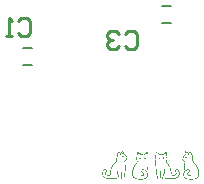
<source format=gbo>
G04*
G04 #@! TF.GenerationSoftware,Altium Limited,Altium Designer,22.2.1 (43)*
G04*
G04 Layer_Color=32896*
%FSLAX25Y25*%
%MOIN*%
G70*
G04*
G04 #@! TF.SameCoordinates,22AEFC0F-6C44-4056-8772-BC97FD4EFD78*
G04*
G04*
G04 #@! TF.FilePolarity,Positive*
G04*
G01*
G75*
%ADD11C,0.01000*%
%ADD12C,0.00787*%
G36*
X203118Y72541D02*
X203214Y72489D01*
X203254Y72456D01*
X203313Y72397D01*
X203321Y72382D01*
X203372Y72330D01*
X203380Y72316D01*
X203431Y72242D01*
X203468Y72176D01*
X203483Y72161D01*
X203505Y72109D01*
X203524Y72061D01*
X203557Y71984D01*
X203572Y71925D01*
X203564Y71851D01*
X203546Y71818D01*
X203531Y71810D01*
X203509Y71803D01*
X203465Y71810D01*
X203439Y71836D01*
X203409Y71888D01*
X203387Y71910D01*
X203335Y72006D01*
X203298Y72043D01*
X203291Y72057D01*
X203258Y72098D01*
X203217Y72139D01*
X203210Y72153D01*
X203151Y72212D01*
X203144Y72227D01*
X203118Y72260D01*
X203088Y72268D01*
X203051Y72260D01*
X203033Y72249D01*
X203026Y72234D01*
X203011Y72220D01*
X203003Y72205D01*
X202970Y72172D01*
X202955Y72164D01*
X202944Y72153D01*
X202937Y72139D01*
X202907Y72109D01*
X202900Y72094D01*
X202841Y72035D01*
X202834Y72021D01*
X202804Y71991D01*
X202797Y71976D01*
X202764Y71936D01*
X202738Y71910D01*
X202730Y71895D01*
X202716Y71880D01*
X202708Y71866D01*
X202668Y71847D01*
X202638Y71840D01*
X202609Y71847D01*
X202594Y71855D01*
X202568Y71873D01*
X202561Y71902D01*
X202568Y71961D01*
X202590Y72013D01*
X202598Y72028D01*
X202642Y72087D01*
Y72094D01*
X202686Y72176D01*
X202701Y72190D01*
X202708Y72205D01*
X202723Y72220D01*
X202752Y72271D01*
X202782Y72301D01*
X202789Y72316D01*
X202904Y72430D01*
X202919Y72437D01*
X202930Y72448D01*
X202937Y72463D01*
X202955Y72482D01*
X203037Y72526D01*
X203088Y72548D01*
X203118Y72541D01*
D02*
G37*
G36*
X208238Y72297D02*
X208275Y72282D01*
X208331Y72271D01*
X208445Y72209D01*
X208474Y72201D01*
X208563Y72142D01*
X208615Y72113D01*
X208637Y72091D01*
X208652Y72083D01*
X208722Y72035D01*
X208733Y72024D01*
X208748Y72017D01*
X208762Y72002D01*
X208799Y71980D01*
X208843Y71936D01*
X208880Y71913D01*
X208925Y71869D01*
X208939Y71862D01*
X208954Y71847D01*
X208969Y71840D01*
X209116Y71692D01*
X209131Y71685D01*
X209150Y71666D01*
X209157Y71652D01*
X209187Y71622D01*
X209194Y71607D01*
X209227Y71574D01*
X209242Y71567D01*
X209260Y71541D01*
X209286Y71515D01*
X209301Y71508D01*
X209338Y71493D01*
X209566Y71500D01*
X209769Y71489D01*
X209840Y71478D01*
X209913Y71449D01*
X209961Y71438D01*
X209991Y71430D01*
X210017Y71419D01*
X210057Y71386D01*
X210065Y71371D01*
X210079Y71334D01*
X210072Y71297D01*
X210046Y71272D01*
X210031Y71264D01*
X210017Y71250D01*
X209980Y71235D01*
X209906Y71242D01*
X209884Y71250D01*
X209832Y71257D01*
X209692Y71264D01*
X209378Y71253D01*
X209349Y71246D01*
X209308Y71235D01*
X209279Y71227D01*
X209212Y71235D01*
X209172Y71268D01*
X209105Y71305D01*
X209098Y71320D01*
X209076Y71342D01*
X209068Y71356D01*
X209054Y71364D01*
X209046Y71379D01*
X209032Y71393D01*
X209024Y71408D01*
X208973Y71460D01*
X208965Y71474D01*
X208950Y71489D01*
X208947Y71500D01*
X208932Y71508D01*
X208799Y71640D01*
X208784Y71648D01*
X208759Y71666D01*
X208751Y71681D01*
X208718Y71714D01*
X208703Y71722D01*
X208663Y71755D01*
X208637Y71781D01*
X208622Y71788D01*
X208570Y71840D01*
X208519Y71869D01*
X208482Y71906D01*
X208467Y71913D01*
X208386Y71958D01*
X208364Y71980D01*
X208312Y72002D01*
X208283Y72009D01*
X208238Y72002D01*
X208220Y71984D01*
X208205Y71947D01*
X208190Y71895D01*
X208183Y71866D01*
X208165Y71744D01*
X208150Y71655D01*
X208135Y71582D01*
X208124Y71482D01*
X208117Y71342D01*
X208109Y71224D01*
X208102Y71083D01*
X208087Y70847D01*
X208080Y70825D01*
X208069Y70733D01*
X208061Y70696D01*
X208050Y70596D01*
X208032Y70408D01*
X208024Y70327D01*
X208006Y70176D01*
X207991Y70117D01*
X207977Y69881D01*
X207984Y69851D01*
X207991Y69689D01*
X207999Y69667D01*
X208013Y69615D01*
X208028Y69556D01*
X208039Y69493D01*
X208047Y69456D01*
X208102Y69335D01*
X208109Y69305D01*
X208135Y69235D01*
X208161Y69172D01*
X208168Y69143D01*
X208176Y69091D01*
X208183Y68973D01*
X208176Y68877D01*
X208168Y68848D01*
X208157Y68807D01*
X208124Y68752D01*
X208109Y68700D01*
X208091Y68652D01*
X208065Y68612D01*
X208050Y68597D01*
X208006Y68516D01*
X207984Y68494D01*
X207977Y68479D01*
X207940Y68427D01*
X207910Y68398D01*
X207903Y68383D01*
X207855Y68320D01*
X207844Y68317D01*
X207836Y68302D01*
X207799Y68250D01*
X207763Y68213D01*
X207755Y68199D01*
X207722Y68158D01*
X207689Y68125D01*
X207667Y68088D01*
X207633Y68047D01*
X207615Y68029D01*
X207608Y68014D01*
X207556Y67948D01*
X207526Y67896D01*
X207489Y67859D01*
X207453Y67793D01*
X207419Y67752D01*
X207368Y67671D01*
X207349Y67652D01*
X207298Y67557D01*
X207283Y67542D01*
X207224Y67431D01*
X207209Y67416D01*
X207194Y67379D01*
X207176Y67331D01*
X207150Y67291D01*
X207113Y67210D01*
X207098Y67173D01*
X207091Y67158D01*
X207062Y67106D01*
X207036Y67036D01*
X206988Y66929D01*
X206966Y66878D01*
X206951Y66826D01*
X206936Y66789D01*
X206914Y66738D01*
X206899Y66686D01*
X206892Y66656D01*
X206873Y66608D01*
X206840Y66531D01*
X206829Y66476D01*
X206814Y66417D01*
X206785Y66343D01*
X206774Y66302D01*
X206766Y66250D01*
X206759Y66221D01*
X206748Y66166D01*
X206733Y66107D01*
X206715Y66044D01*
X206707Y66014D01*
X206700Y65963D01*
X206693Y65933D01*
X206681Y65856D01*
X206652Y65664D01*
X206637Y65590D01*
X206630Y65531D01*
X206623Y65435D01*
X206615Y65295D01*
X206608Y65037D01*
X206604Y64878D01*
X206611Y64856D01*
X206623Y64638D01*
X206630Y64572D01*
X206637Y64498D01*
X206652Y64439D01*
X206678Y64354D01*
X206693Y64295D01*
X206704Y64240D01*
X206718Y64203D01*
X206744Y64155D01*
X206759Y64118D01*
X206777Y64070D01*
X206796Y64044D01*
X206825Y64000D01*
X206833Y63971D01*
X206866Y63930D01*
X206892Y63904D01*
X206921Y63853D01*
X206973Y63801D01*
X206980Y63786D01*
X206999Y63768D01*
X207014Y63760D01*
X207032Y63742D01*
X207039Y63727D01*
X207050Y63716D01*
X207065Y63709D01*
X207121Y63668D01*
X207124Y63657D01*
X207139Y63650D01*
X207154Y63635D01*
X207205Y63605D01*
X207227Y63583D01*
X207324Y63532D01*
X207368Y63502D01*
X207397Y63495D01*
X207434Y63480D01*
X207545Y63428D01*
X207604Y63414D01*
X207652Y63395D01*
X207729Y63362D01*
X207781Y63354D01*
X207810Y63347D01*
X207851Y63336D01*
X207880Y63329D01*
X207965Y63303D01*
X207995Y63296D01*
X208047Y63288D01*
X208172Y63273D01*
X208202Y63266D01*
X208301Y63255D01*
X208338Y63248D01*
X208367Y63240D01*
X208412Y63233D01*
X208508Y63225D01*
X208633Y63218D01*
X208795Y63211D01*
X209127Y63203D01*
X209249Y63200D01*
X209271Y63207D01*
X209810Y63214D01*
X209832Y63222D01*
X209995Y63229D01*
X210017Y63236D01*
X210065Y63248D01*
X210105Y63259D01*
X210179Y63266D01*
X210231Y63273D01*
X210293Y63284D01*
X210367Y63299D01*
X210426Y63321D01*
X210474Y63340D01*
X210504Y63347D01*
X210581Y63366D01*
X210673Y63414D01*
X210743Y63439D01*
X210788Y63469D01*
X210799Y63480D01*
X210836Y63495D01*
X210850Y63502D01*
X210891Y63535D01*
X210917Y63561D01*
X210931Y63569D01*
X210946Y63583D01*
X210961Y63591D01*
X211016Y63646D01*
X211024Y63661D01*
X211098Y63735D01*
X211105Y63749D01*
X211142Y63786D01*
X211186Y63867D01*
X211216Y63912D01*
X211227Y63952D01*
X211241Y63989D01*
X211267Y64022D01*
X211282Y64059D01*
X211297Y64118D01*
X211308Y64181D01*
X211345Y64328D01*
X211352Y64373D01*
X211360Y64469D01*
X211363Y64760D01*
X211356Y64782D01*
X211348Y64871D01*
X211341Y64893D01*
X211319Y64967D01*
X211312Y64996D01*
X211293Y65081D01*
X211271Y65170D01*
X211238Y65225D01*
X211227Y65266D01*
X211212Y65302D01*
X211186Y65343D01*
X211127Y65454D01*
X211098Y65483D01*
X211053Y65564D01*
X211016Y65601D01*
X211009Y65616D01*
X210965Y65660D01*
X210957Y65675D01*
X210873Y65760D01*
X210858Y65767D01*
X210836Y65789D01*
X210821Y65797D01*
X210784Y65834D01*
X210732Y65863D01*
X210703Y65893D01*
X210651Y65915D01*
X210636Y65922D01*
X210585Y65959D01*
X210548Y65974D01*
X210478Y66000D01*
X210422Y66033D01*
X210293Y66059D01*
X210234Y66074D01*
X210194Y66084D01*
X210142Y66092D01*
X209998Y66096D01*
X209954Y66088D01*
X209895Y66066D01*
X209814Y66037D01*
X209773Y65996D01*
X209762Y65992D01*
X209755Y65978D01*
X209733Y65955D01*
X209710Y65882D01*
X209696Y65845D01*
X209681Y65786D01*
X209688Y65712D01*
X209718Y65660D01*
X209733Y65623D01*
X209762Y65572D01*
X209799Y65535D01*
X209806Y65520D01*
X209821Y65505D01*
X209828Y65491D01*
X209854Y65472D01*
X209895Y65439D01*
X209913Y65421D01*
X209928Y65413D01*
X209969Y65380D01*
X209995Y65354D01*
X210009Y65347D01*
X210079Y65299D01*
X210087Y65284D01*
X210149Y65243D01*
X210160Y65232D01*
X210168Y65218D01*
X210201Y65184D01*
X210216Y65177D01*
X210227Y65166D01*
X210264Y65100D01*
X210286Y65077D01*
X210308Y65026D01*
X210319Y64978D01*
X210327Y64948D01*
X210352Y64885D01*
X210360Y64834D01*
X210367Y64804D01*
X210360Y64753D01*
X210352Y64664D01*
X210323Y64590D01*
X210315Y64561D01*
X210290Y64491D01*
X210271Y64465D01*
X210256Y64450D01*
X210249Y64435D01*
X210201Y64365D01*
X210172Y64336D01*
X210160Y64332D01*
X210153Y64317D01*
X210127Y64292D01*
X210113Y64284D01*
X210061Y64247D01*
X210046Y64240D01*
X210024Y64218D01*
X209987Y64203D01*
X209910Y64185D01*
X209865Y64155D01*
X209825Y64144D01*
X209795Y64137D01*
X209633Y64122D01*
X209386Y64118D01*
X209238Y64133D01*
X209209Y64140D01*
X209172Y64155D01*
X209161Y64166D01*
X209146Y64174D01*
X209105Y64207D01*
X209098Y64258D01*
X209109Y64299D01*
X209131Y64321D01*
X209161Y64328D01*
X209212Y64336D01*
X209330Y64328D01*
X209519Y64325D01*
X209578Y64332D01*
X209644Y64340D01*
X209688Y64347D01*
X209725Y64354D01*
X209806Y64384D01*
X209917Y64428D01*
X209972Y64483D01*
X209987Y64491D01*
X210013Y64509D01*
X210020Y64524D01*
X210053Y64565D01*
X210065Y64576D01*
X210072Y64590D01*
X210087Y64627D01*
X210102Y64686D01*
X210109Y64760D01*
X210098Y64823D01*
X210090Y64860D01*
X210083Y64889D01*
X210046Y64948D01*
X210028Y64974D01*
X209976Y65040D01*
X209906Y65111D01*
X209840Y65148D01*
X209803Y65184D01*
X209751Y65214D01*
X209740Y65225D01*
X209733Y65240D01*
X209714Y65258D01*
X209699Y65266D01*
X209659Y65299D01*
X209651Y65314D01*
X209600Y65365D01*
X209592Y65380D01*
X209578Y65395D01*
X209570Y65409D01*
X209548Y65424D01*
X209541Y65439D01*
X209504Y65505D01*
X209471Y65546D01*
X209452Y65587D01*
X209441Y65664D01*
X209423Y65727D01*
X209415Y65756D01*
X209423Y65860D01*
X209430Y65882D01*
X209437Y65911D01*
X209456Y65996D01*
X209471Y66033D01*
X209474Y66037D01*
X209489Y66051D01*
X209496Y66066D01*
X209526Y66110D01*
X209533Y66125D01*
X209566Y66166D01*
X209614Y66214D01*
X209622Y66228D01*
X209714Y66284D01*
X209766Y66321D01*
X209817Y66328D01*
X209902Y66347D01*
X209932Y66354D01*
X209969Y66361D01*
X210068Y66372D01*
X210142Y66365D01*
X210223Y66357D01*
X210245Y66350D01*
X210275Y66343D01*
X210327Y66335D01*
X210389Y66324D01*
X210426Y66317D01*
X210500Y66287D01*
X210541Y66269D01*
X210611Y66243D01*
X210703Y66195D01*
X210751Y66177D01*
X210777Y66158D01*
X210791Y66144D01*
X210806Y66136D01*
X210873Y66099D01*
X210917Y66055D01*
X210983Y66018D01*
X210994Y66007D01*
X211002Y65992D01*
X211013Y65981D01*
X211027Y65974D01*
X211068Y65941D01*
X211149Y65860D01*
X211157Y65845D01*
X211216Y65786D01*
X211223Y65771D01*
X211275Y65705D01*
X211297Y65682D01*
X211326Y65631D01*
X211356Y65587D01*
X211400Y65505D01*
X211415Y65491D01*
X211444Y65424D01*
X211496Y65314D01*
X211511Y65262D01*
X211544Y65170D01*
X211555Y65129D01*
X211577Y65040D01*
X211592Y64937D01*
X211603Y64852D01*
X211614Y64753D01*
X211621Y64509D01*
X211614Y64487D01*
X211607Y64391D01*
X211599Y64369D01*
X211584Y64244D01*
X211577Y64214D01*
X211570Y64162D01*
X211562Y64133D01*
X211555Y64089D01*
X211518Y64008D01*
X211507Y63959D01*
X211485Y63901D01*
X211444Y63823D01*
X211426Y63775D01*
X211415Y63764D01*
X211407Y63749D01*
X211393Y63735D01*
X211385Y63720D01*
X211348Y63653D01*
X211315Y63613D01*
X211286Y63569D01*
X211223Y63506D01*
X211216Y63491D01*
X211160Y63436D01*
X211145Y63428D01*
X211123Y63406D01*
X211109Y63399D01*
X211064Y63354D01*
X211050Y63347D01*
X210976Y63296D01*
X210895Y63251D01*
X210873Y63229D01*
X210836Y63214D01*
X210788Y63196D01*
X210695Y63148D01*
X210636Y63133D01*
X210596Y63122D01*
X210504Y63082D01*
X210415Y63067D01*
X210385Y63059D01*
X210312Y63037D01*
X210282Y63030D01*
X210234Y63019D01*
X210197Y63011D01*
X210124Y63004D01*
X210065Y62997D01*
X209983Y62989D01*
X209888Y62982D01*
X209814Y62975D01*
X209747Y62967D01*
X209659Y62960D01*
X209474Y62952D01*
X208866Y62949D01*
X208843Y62956D01*
X208666Y62963D01*
X208644Y62971D01*
X208474Y62978D01*
X208452Y62986D01*
X208294Y62997D01*
X208205Y63004D01*
X208109Y63019D01*
X208080Y63026D01*
X208035Y63033D01*
X207999Y63041D01*
X207940Y63056D01*
X207851Y63070D01*
X207777Y63085D01*
X207718Y63107D01*
X207681Y63122D01*
X207641Y63133D01*
X207578Y63144D01*
X207548Y63152D01*
X207464Y63192D01*
X207412Y63207D01*
X207364Y63225D01*
X207338Y63236D01*
X207294Y63266D01*
X207257Y63281D01*
X207209Y63299D01*
X207154Y63340D01*
X207106Y63358D01*
X207065Y63384D01*
X207050Y63399D01*
X207036Y63406D01*
X207021Y63421D01*
X206969Y63450D01*
X206903Y63502D01*
X206844Y63561D01*
X206829Y63569D01*
X206766Y63631D01*
X206759Y63646D01*
X206737Y63668D01*
X206733Y63679D01*
X206718Y63687D01*
X206700Y63705D01*
X206693Y63720D01*
X206641Y63786D01*
X206611Y63838D01*
X206578Y63878D01*
X206567Y63889D01*
X206545Y63941D01*
X206527Y63989D01*
X206508Y64008D01*
X206486Y64059D01*
X206479Y64089D01*
X206468Y64137D01*
X206445Y64196D01*
X206434Y64207D01*
X206412Y64288D01*
X206401Y64351D01*
X206386Y64424D01*
X206364Y64513D01*
X206353Y64613D01*
X206346Y64642D01*
X206338Y64871D01*
X206331Y65011D01*
X206342Y65391D01*
X206349Y65509D01*
X206357Y65583D01*
X206364Y65620D01*
X206372Y65664D01*
X206379Y65723D01*
X206386Y65760D01*
X206394Y65804D01*
X206401Y65878D01*
X206412Y65978D01*
X206420Y66007D01*
X206431Y66062D01*
X206438Y66092D01*
X206456Y66155D01*
X206471Y66214D01*
X206490Y66328D01*
X206501Y66369D01*
X206545Y66509D01*
X206556Y66571D01*
X206563Y66601D01*
X206604Y66701D01*
X206611Y66730D01*
X206626Y66782D01*
X206634Y66811D01*
X206652Y66859D01*
X206685Y66937D01*
X206693Y66966D01*
X206711Y67014D01*
X206744Y67077D01*
X206766Y67151D01*
X206785Y67199D01*
X206796Y67210D01*
X206803Y67225D01*
X206825Y67276D01*
X206851Y67346D01*
X206892Y67402D01*
X206899Y67431D01*
X206936Y67497D01*
X206951Y67512D01*
X206973Y67564D01*
X206988Y67601D01*
X207039Y67675D01*
X207058Y67723D01*
X207076Y67741D01*
X207084Y67756D01*
X207098Y67770D01*
X207143Y67852D01*
X207172Y67881D01*
X207209Y67948D01*
X207239Y67977D01*
X207246Y67992D01*
X207279Y68032D01*
X207312Y68066D01*
X207334Y68103D01*
X207368Y68143D01*
X207394Y68169D01*
X207401Y68184D01*
X207416Y68199D01*
X207423Y68213D01*
X207460Y68250D01*
X207467Y68265D01*
X207501Y68305D01*
X207515Y68313D01*
X207534Y68331D01*
X207541Y68346D01*
X207574Y68387D01*
X207593Y68398D01*
X207600Y68412D01*
X207615Y68427D01*
X207622Y68442D01*
X207648Y68468D01*
X207663Y68475D01*
X207681Y68501D01*
X207748Y68567D01*
X207755Y68582D01*
X207788Y68623D01*
X207814Y68648D01*
X207821Y68663D01*
X207836Y68678D01*
X207844Y68693D01*
X207858Y68708D01*
X207866Y68722D01*
X207940Y68877D01*
X207954Y68929D01*
X207962Y69003D01*
X207951Y69065D01*
X207928Y69125D01*
X207917Y69135D01*
X207903Y69187D01*
X207877Y69257D01*
X207836Y69335D01*
X207829Y69364D01*
X207814Y69416D01*
X207799Y69453D01*
X207777Y69504D01*
X207763Y69564D01*
X207755Y69615D01*
X207737Y69774D01*
X207733Y70036D01*
X207740Y70058D01*
X207751Y70202D01*
X207759Y70290D01*
X207766Y70357D01*
X207773Y70416D01*
X207796Y70504D01*
X207803Y70548D01*
X207810Y70608D01*
X207825Y70770D01*
X207833Y70932D01*
X207840Y71065D01*
X207847Y71153D01*
X207855Y71213D01*
X207862Y71279D01*
X207870Y71382D01*
X207880Y71482D01*
X207888Y71578D01*
X207895Y71629D01*
X207903Y71725D01*
X207910Y71755D01*
X207917Y71814D01*
X207932Y71851D01*
X207947Y71902D01*
X207954Y71954D01*
X207969Y72013D01*
X207987Y72091D01*
X208047Y72238D01*
X208065Y72264D01*
X208076Y72275D01*
X208150Y72297D01*
X208179Y72305D01*
X208238Y72297D01*
D02*
G37*
G36*
X201941Y72352D02*
X201978Y72338D01*
X202022Y72308D01*
X202033Y72297D01*
X202048Y72290D01*
X202088Y72257D01*
X202111Y72234D01*
X202114Y72223D01*
X202129Y72216D01*
X202162Y72183D01*
X202170Y72168D01*
X202206Y72131D01*
X202214Y72116D01*
X202229Y72102D01*
X202251Y72065D01*
X202280Y72035D01*
X202288Y72021D01*
X202325Y71954D01*
X202354Y71925D01*
X202369Y71888D01*
X202398Y71836D01*
X202413Y71821D01*
X202420Y71807D01*
X202443Y71755D01*
X202450Y71711D01*
X202502Y71600D01*
X202516Y71548D01*
X202524Y71497D01*
X202531Y71467D01*
X202561Y71371D01*
X202568Y71342D01*
X202561Y71268D01*
X202527Y71227D01*
X202513Y71213D01*
X202483Y71205D01*
X202432Y71213D01*
X202391Y71246D01*
X202361Y71312D01*
X202332Y71364D01*
X202295Y71445D01*
X202277Y71493D01*
X202266Y71504D01*
X202258Y71519D01*
X202236Y71570D01*
X202214Y71629D01*
X202177Y71681D01*
X202162Y71718D01*
X202074Y71880D01*
X202055Y71906D01*
X202041Y71913D01*
X202022Y71932D01*
X202015Y71947D01*
X201978Y71998D01*
X201967Y72009D01*
X201952Y72017D01*
X201930Y72024D01*
X201893Y72017D01*
X201882Y72006D01*
X201845Y71939D01*
X201823Y71917D01*
X201815Y71902D01*
X201779Y71836D01*
X201756Y71814D01*
X201749Y71799D01*
X201697Y71703D01*
X201660Y71622D01*
X201646Y71585D01*
X201638Y71570D01*
X201616Y71534D01*
X201602Y71497D01*
X201590Y71441D01*
X201576Y71404D01*
X201568Y71375D01*
X201539Y71294D01*
X201528Y71253D01*
X201520Y71201D01*
X201513Y71172D01*
X201502Y71087D01*
X201495Y71050D01*
X201480Y70991D01*
X201472Y70947D01*
X201465Y70873D01*
X201458Y70748D01*
X201443Y70548D01*
X201435Y70490D01*
X201428Y70445D01*
X201417Y70405D01*
X201406Y70335D01*
X201388Y70272D01*
X201380Y70220D01*
X201369Y70135D01*
X201354Y70047D01*
X201347Y70010D01*
X201340Y69966D01*
X201332Y69929D01*
X201325Y69870D01*
X201317Y69744D01*
X201310Y69287D01*
X201303Y69206D01*
X201295Y69169D01*
X201280Y69132D01*
X201247Y69054D01*
X201229Y69006D01*
X201203Y68966D01*
X201192Y68947D01*
X201188Y68944D01*
X201151Y68877D01*
X201115Y68840D01*
X201107Y68826D01*
X201055Y68759D01*
X201019Y68722D01*
X201011Y68708D01*
X200923Y68619D01*
X200919Y68608D01*
X200904Y68601D01*
X200871Y68567D01*
X200864Y68553D01*
X200819Y68516D01*
X200797Y68494D01*
X200790Y68479D01*
X200746Y68442D01*
X200690Y68387D01*
X200676Y68379D01*
X200520Y68224D01*
X200506Y68217D01*
X200495Y68206D01*
X200487Y68191D01*
X200465Y68176D01*
X200462Y68165D01*
X200447Y68158D01*
X200391Y68103D01*
X200384Y68088D01*
X200244Y67948D01*
X200236Y67933D01*
X200170Y67866D01*
X200163Y67852D01*
X200152Y67833D01*
X200137Y67826D01*
X200096Y67785D01*
X200089Y67770D01*
X200052Y67734D01*
X200045Y67719D01*
X200030Y67704D01*
X200023Y67689D01*
X199989Y67649D01*
X199978Y67638D01*
X199949Y67586D01*
X199916Y67545D01*
X199904Y67534D01*
X199897Y67520D01*
X199867Y67468D01*
X199845Y67446D01*
X199838Y67431D01*
X199786Y67335D01*
X199764Y67313D01*
X199746Y67265D01*
X199731Y67228D01*
X199720Y67217D01*
X199713Y67202D01*
X199698Y67188D01*
X199683Y67151D01*
X199676Y67121D01*
X199631Y67040D01*
X199609Y66988D01*
X199591Y66940D01*
X199580Y66929D01*
X199572Y66915D01*
X199543Y66848D01*
X199532Y66800D01*
X199517Y66763D01*
X199484Y66686D01*
X199454Y66568D01*
X199425Y66501D01*
X199410Y66465D01*
X199403Y66435D01*
X199392Y66365D01*
X199384Y66328D01*
X199351Y66221D01*
X199329Y66132D01*
X199318Y66048D01*
X199303Y65966D01*
X199296Y65930D01*
X199277Y65867D01*
X199270Y65793D01*
X199262Y65764D01*
X199255Y65623D01*
X199248Y65594D01*
X199237Y65406D01*
X199229Y65302D01*
X199218Y65085D01*
X199226Y64731D01*
X199233Y64708D01*
X199240Y64568D01*
X199248Y64546D01*
X199240Y64391D01*
X199207Y64351D01*
X199141Y64321D01*
X199111Y64328D01*
X199060Y64365D01*
X199041Y64413D01*
X199008Y64505D01*
X198997Y64546D01*
X198989Y64576D01*
X198978Y64646D01*
X198971Y64727D01*
X198964Y64793D01*
X198953Y65011D01*
X198960Y65417D01*
X198967Y65439D01*
X198975Y65609D01*
X198982Y65631D01*
X198989Y65764D01*
X199004Y65800D01*
X199012Y65845D01*
X199019Y65867D01*
X199030Y65915D01*
X199041Y66014D01*
X199048Y66044D01*
X199060Y66107D01*
X199089Y66188D01*
X199097Y66217D01*
X199104Y66254D01*
X199119Y66343D01*
X199126Y66372D01*
X199141Y66409D01*
X199167Y66472D01*
X199181Y66531D01*
X199192Y66579D01*
X199207Y66616D01*
X199240Y66693D01*
X199248Y66723D01*
X199288Y66837D01*
X199321Y66915D01*
X199347Y66985D01*
X199358Y66996D01*
X199388Y67062D01*
X199414Y67132D01*
X199443Y67177D01*
X199469Y67239D01*
X199506Y67306D01*
X199572Y67431D01*
X199587Y67446D01*
X199639Y67542D01*
X199676Y67593D01*
X199705Y67645D01*
X199727Y67667D01*
X199735Y67682D01*
X199764Y67734D01*
X199797Y67774D01*
X199809Y67785D01*
X199838Y67837D01*
X199875Y67874D01*
X199882Y67889D01*
X199934Y67955D01*
X199956Y67977D01*
X199963Y67992D01*
X199982Y68018D01*
X199997Y68025D01*
X200030Y68058D01*
X200052Y68095D01*
X200063Y68106D01*
X200078Y68114D01*
X200089Y68125D01*
X200096Y68139D01*
X200111Y68154D01*
X200118Y68169D01*
X200144Y68187D01*
X200170Y68213D01*
X200177Y68228D01*
X200343Y68394D01*
X200358Y68401D01*
X200369Y68412D01*
X200377Y68427D01*
X200410Y68460D01*
X200425Y68468D01*
X200465Y68508D01*
X200469Y68519D01*
X200484Y68527D01*
X200565Y68608D01*
X200580Y68615D01*
X200591Y68626D01*
X200598Y68641D01*
X200613Y68656D01*
X200616Y68667D01*
X200631Y68674D01*
X200672Y68715D01*
X200679Y68730D01*
X200705Y68748D01*
X200731Y68774D01*
X200738Y68789D01*
X200771Y68829D01*
X200819Y68877D01*
X200827Y68892D01*
X200871Y68936D01*
X200878Y68951D01*
X200915Y69003D01*
X200937Y69025D01*
X200996Y69135D01*
X201026Y69202D01*
X201044Y69368D01*
X201052Y69884D01*
X201078Y70087D01*
X201092Y70191D01*
X201100Y70220D01*
X201111Y70290D01*
X201122Y70331D01*
X201137Y70382D01*
X201159Y70471D01*
X201166Y70523D01*
X201173Y70619D01*
X201192Y70807D01*
X201207Y70903D01*
X201229Y71080D01*
X201244Y71176D01*
X201251Y71220D01*
X201258Y71257D01*
X201273Y71294D01*
X201292Y71356D01*
X201303Y71404D01*
X201310Y71434D01*
X201336Y71504D01*
X201365Y71548D01*
X201376Y71589D01*
X201384Y71633D01*
X201399Y71670D01*
X201432Y71718D01*
X201447Y71755D01*
X201465Y71803D01*
X201491Y71836D01*
X201498Y71851D01*
X201565Y71976D01*
X201579Y71991D01*
X201624Y72072D01*
X201646Y72094D01*
X201697Y72190D01*
X201712Y72205D01*
X201749Y72271D01*
X201793Y72316D01*
X201801Y72330D01*
X201849Y72356D01*
X201900Y72364D01*
X201941Y72352D01*
D02*
G37*
G36*
X203177Y71773D02*
X203262Y71762D01*
X203298Y71755D01*
X203376Y71722D01*
X203417Y71711D01*
X203453Y71696D01*
X203513Y71659D01*
X203560Y71640D01*
X203597Y71626D01*
X203638Y71593D01*
X203653Y71578D01*
X203656Y71574D01*
X203712Y71541D01*
X203719Y71526D01*
X203737Y71508D01*
X203752Y71500D01*
X203819Y71434D01*
X203833Y71426D01*
X203844Y71416D01*
X203852Y71401D01*
X203867Y71386D01*
X203874Y71371D01*
X203892Y71353D01*
X203907Y71345D01*
X203918Y71334D01*
X203926Y71320D01*
X203963Y71268D01*
X203992Y71238D01*
X204022Y71187D01*
X204059Y71150D01*
X204095Y71083D01*
X204140Y71039D01*
X204147Y71024D01*
X204213Y70958D01*
X204221Y70943D01*
X204239Y70925D01*
X204254Y70917D01*
X204280Y70892D01*
X204287Y70877D01*
X204298Y70866D01*
X204313Y70858D01*
X204379Y70807D01*
X204416Y70792D01*
X204464Y70774D01*
X204490Y70748D01*
X204505Y70740D01*
X204556Y70711D01*
X204575Y70692D01*
X204568Y70611D01*
X204534Y70578D01*
X204505Y70571D01*
X204450Y70567D01*
X204376Y70574D01*
X204346Y70582D01*
X204309Y70596D01*
X204298Y70608D01*
X204283Y70615D01*
X204247Y70637D01*
X204166Y70681D01*
X204143Y70703D01*
X204129Y70711D01*
X204088Y70744D01*
X204047Y70785D01*
X204033Y70792D01*
X204007Y70810D01*
X203999Y70825D01*
X203933Y70892D01*
X203926Y70906D01*
X203911Y70921D01*
X203904Y70936D01*
X203874Y70958D01*
X203867Y70973D01*
X203852Y70987D01*
X203844Y71002D01*
X203808Y71039D01*
X203800Y71054D01*
X203785Y71069D01*
X203778Y71083D01*
X203727Y71135D01*
X203719Y71150D01*
X203686Y71190D01*
X203638Y71238D01*
X203630Y71253D01*
X203612Y71272D01*
X203597Y71279D01*
X203531Y71345D01*
X203516Y71353D01*
X203450Y71404D01*
X203339Y71463D01*
X203295Y71493D01*
X203239Y71504D01*
X203158Y71534D01*
X203110Y71552D01*
X203022Y71567D01*
X202992Y71574D01*
X202955Y71596D01*
X202937Y71615D01*
X202922Y71652D01*
X202930Y71711D01*
X202963Y71751D01*
X203000Y71766D01*
X203103Y71781D01*
X203177Y71773D01*
D02*
G37*
G36*
X203251Y70947D02*
X203302Y70940D01*
X203306Y70936D01*
X203343Y70921D01*
X203380Y70884D01*
X203387Y70869D01*
X203413Y70851D01*
X203431Y70833D01*
X203450Y70785D01*
X203461Y70774D01*
X203490Y70707D01*
X203498Y70656D01*
X203505Y70552D01*
X203498Y70530D01*
X203487Y70490D01*
X203468Y70464D01*
X203453Y70449D01*
X203446Y70434D01*
X203431Y70419D01*
X203424Y70405D01*
X203398Y70379D01*
X203361Y70364D01*
X203287Y70357D01*
X203225Y70368D01*
X203166Y70405D01*
X203092Y70478D01*
X203033Y70611D01*
X203018Y70663D01*
X203026Y70810D01*
X203048Y70847D01*
X203062Y70862D01*
X203070Y70877D01*
X203084Y70892D01*
X203092Y70906D01*
X203103Y70917D01*
X203140Y70932D01*
X203191Y70947D01*
X203221Y70954D01*
X203251Y70947D01*
D02*
G37*
G36*
X210806Y70054D02*
X210847Y70021D01*
X210869Y69999D01*
X210884Y69940D01*
X210873Y69884D01*
X210850Y69848D01*
X210847Y69844D01*
X210810Y69807D01*
X210802Y69792D01*
X210754Y69744D01*
X210740Y69737D01*
X210614Y69678D01*
X210585Y69670D01*
X210481Y69663D01*
X210459Y69670D01*
X210408Y69678D01*
X210253Y69759D01*
X210234Y69785D01*
X210183Y69836D01*
X210175Y69851D01*
X210160Y69866D01*
X210153Y69895D01*
X210146Y69918D01*
X210153Y69991D01*
X210186Y70032D01*
X210201Y70047D01*
X210253Y70061D01*
X210363Y70010D01*
X210411Y69991D01*
X210489Y69958D01*
X210585Y69966D01*
X210740Y70047D01*
X210777Y70061D01*
X210806Y70054D01*
D02*
G37*
G36*
X209282Y70043D02*
X209319Y70006D01*
X209342Y69955D01*
X209349Y69925D01*
X209290Y69814D01*
X209279Y69803D01*
X209264Y69796D01*
X209223Y69763D01*
X209198Y69737D01*
X209105Y69704D01*
X209094Y69693D01*
X209080Y69685D01*
X209043Y69670D01*
X208866Y69678D01*
X208784Y69715D01*
X208718Y69752D01*
X208626Y69844D01*
X208611Y69881D01*
X208596Y69932D01*
X208604Y69991D01*
X208622Y70017D01*
X208637Y70025D01*
X208674Y70047D01*
X208681D01*
X208711Y70054D01*
X208748Y70047D01*
X208858Y69988D01*
X208939Y69951D01*
X209020Y69958D01*
X209080Y69995D01*
X209127Y70014D01*
X209164Y70028D01*
X209212Y70054D01*
X209246Y70058D01*
X209282Y70043D01*
D02*
G37*
G36*
X211492Y72268D02*
X211518Y72242D01*
X211526Y72227D01*
X211559Y72186D01*
X211577Y72146D01*
X211588Y72098D01*
X211603Y72061D01*
X211621Y72021D01*
X211636Y71984D01*
X211647Y71906D01*
X211662Y71818D01*
X211677Y71744D01*
X211684Y71714D01*
X211695Y71674D01*
X211703Y71622D01*
X211710Y71593D01*
X211728Y71368D01*
X211751Y71058D01*
X211758Y70962D01*
X211762Y70611D01*
X211754Y70589D01*
X211747Y70397D01*
X211739Y70375D01*
X211728Y70135D01*
X211721Y69921D01*
X211714Y69744D01*
X211710Y69239D01*
X211717Y69217D01*
X211725Y68885D01*
X211732Y68862D01*
X211743Y68601D01*
X211751Y68534D01*
X211758Y68387D01*
X211762Y68346D01*
Y68339D01*
X211769Y68029D01*
X211762Y68007D01*
X211754Y67623D01*
X211747Y67601D01*
X211728Y67265D01*
X211721Y67169D01*
X211714Y67088D01*
X211706Y67029D01*
X211699Y66940D01*
X211691Y66904D01*
X211681Y66863D01*
X211673Y66833D01*
X211662Y66749D01*
X211632Y66549D01*
X211592Y66420D01*
X211574Y66299D01*
X211559Y66225D01*
X211544Y66188D01*
X211526Y66147D01*
X211477Y66055D01*
X211441Y66040D01*
X211374Y66048D01*
X211360Y66062D01*
X211348Y66066D01*
X211341Y66081D01*
X211326Y66096D01*
X211312Y66132D01*
X211304Y66162D01*
X211312Y66317D01*
X211319Y66339D01*
X211337Y66424D01*
X211352Y66498D01*
X211360Y66557D01*
X211367Y66631D01*
X211374Y66712D01*
X211396Y66859D01*
X211411Y66918D01*
X211419Y66977D01*
X211433Y67110D01*
X211441Y67191D01*
X211448Y67287D01*
X211455Y67391D01*
X211463Y67457D01*
X211470Y67494D01*
X211477Y67590D01*
X211485Y67656D01*
X211492Y67759D01*
X211500Y67981D01*
X211507Y68468D01*
X211511Y68567D01*
X211503Y68590D01*
X211496Y69032D01*
X211489Y69054D01*
X211481Y69342D01*
X211474Y69364D01*
X211467Y69726D01*
X211477Y70061D01*
X211485Y70268D01*
X211492Y70504D01*
X211496Y70692D01*
X211489Y70714D01*
X211481Y71172D01*
X211474Y71194D01*
X211463Y71375D01*
X211455Y71419D01*
X211444Y71519D01*
X211437Y71659D01*
X211430Y71681D01*
X211422Y71799D01*
X211415Y71821D01*
X211385Y71917D01*
X211374Y71958D01*
X211367Y71973D01*
X211337Y71987D01*
X211300Y71965D01*
X211264Y71928D01*
X211182Y71884D01*
X211168Y71869D01*
X211153Y71862D01*
X211083Y71814D01*
X211057Y71788D01*
X211002Y71755D01*
X210994Y71740D01*
X210983Y71729D01*
X210968Y71722D01*
X210902Y71670D01*
X210880Y71648D01*
X210865Y71640D01*
X210824Y71607D01*
X210784Y71567D01*
X210769Y71559D01*
X210743Y71541D01*
X210736Y71526D01*
X210710Y71500D01*
X210695Y71493D01*
X210655Y71460D01*
X210629Y71434D01*
X210614Y71426D01*
X210599Y71412D01*
X210585Y71404D01*
X210566Y71379D01*
X210555Y71368D01*
X210541Y71360D01*
X210500Y71327D01*
X210492Y71312D01*
X210481Y71301D01*
X210467Y71294D01*
X210430Y71279D01*
X210371Y71286D01*
X210338Y71320D01*
X210330Y71349D01*
X210397Y71474D01*
X210434Y71511D01*
X210441Y71526D01*
X210474Y71567D01*
X210507Y71600D01*
X210515Y71615D01*
X210548Y71655D01*
X210640Y71747D01*
X210648Y71762D01*
X210673Y71788D01*
X210688Y71795D01*
X210721Y71829D01*
X210729Y71843D01*
X210740Y71855D01*
X210754Y71862D01*
X210821Y71928D01*
X210836Y71936D01*
X210902Y72002D01*
X210917Y72009D01*
X210957Y72043D01*
X210968Y72054D01*
X211020Y72083D01*
X211050Y72113D01*
X211064Y72120D01*
X211145Y72164D01*
X211160Y72179D01*
X211175Y72186D01*
X211227Y72209D01*
X211275Y72227D01*
X211300Y72246D01*
X211315Y72260D01*
X211374Y72275D01*
X211467Y72279D01*
X211492Y72268D01*
D02*
G37*
G36*
X197436Y66350D02*
X197458Y66343D01*
X197543Y66324D01*
X197580Y66310D01*
X197606Y66291D01*
X197621Y66276D01*
X197672Y66247D01*
X197724Y66195D01*
X197739Y66188D01*
X197765Y66162D01*
X197779Y66125D01*
X197787Y66110D01*
X197824Y66059D01*
X197835Y66018D01*
X197850Y65944D01*
X197853Y65800D01*
X197846Y65778D01*
X197835Y65686D01*
X197827Y65657D01*
X197816Y65631D01*
X197779Y65550D01*
X197754Y65479D01*
X197724Y65435D01*
X197706Y65395D01*
X197680Y65324D01*
X197665Y65288D01*
X197639Y65225D01*
X197632Y65195D01*
X197625Y65144D01*
X197632Y64937D01*
X197639Y64915D01*
X197650Y64875D01*
X197691Y64782D01*
X197720Y64731D01*
X197757Y64694D01*
X197779Y64657D01*
X197805Y64631D01*
X197857Y64601D01*
X197879Y64579D01*
X197894Y64572D01*
X197931Y64557D01*
X197960Y64550D01*
X197997Y64535D01*
X198078Y64498D01*
X198204Y64483D01*
X198255Y64476D01*
X198373Y64469D01*
X198469Y64461D01*
X198783Y64465D01*
X198823Y64439D01*
X198838Y64424D01*
X198853Y64417D01*
X198886Y64384D01*
X198879Y64340D01*
X198846Y64299D01*
X198823Y64277D01*
X198772Y64262D01*
X198440Y64247D01*
X198418Y64240D01*
X198289Y64251D01*
X198185Y64258D01*
X198111Y64266D01*
X198052Y64273D01*
X197957Y64288D01*
X197927Y64295D01*
X197842Y64336D01*
X197813Y64343D01*
X197765Y64362D01*
X197739Y64380D01*
X197695Y64410D01*
X197643Y64439D01*
X197606Y64483D01*
X197591Y64491D01*
X197565Y64509D01*
X197558Y64524D01*
X197506Y64590D01*
X197492Y64605D01*
X197418Y64760D01*
X197403Y64819D01*
X197392Y64860D01*
X197385Y64889D01*
X197374Y64922D01*
X197366Y64952D01*
X197359Y65026D01*
X197366Y65181D01*
X197374Y65203D01*
X197388Y65254D01*
X197407Y65339D01*
X197414Y65376D01*
X197433Y65424D01*
X197469Y65483D01*
X197495Y65553D01*
X197525Y65598D01*
X197536Y65609D01*
X197551Y65645D01*
X197565Y65705D01*
X197602Y65786D01*
X197610Y65815D01*
X197602Y65933D01*
X197565Y65985D01*
X197536Y66037D01*
X197525Y66048D01*
X197473Y66077D01*
X197458Y66092D01*
X197411Y66103D01*
X197252Y66107D01*
X197230Y66099D01*
X197149Y66062D01*
X197078Y66037D01*
X197053Y66018D01*
X197023Y65989D01*
X197008Y65981D01*
X196946Y65933D01*
X196938Y65918D01*
X196864Y65845D01*
X196857Y65830D01*
X196805Y65764D01*
X196783Y65727D01*
X196765Y65679D01*
X196735Y65634D01*
X196717Y65601D01*
X196702Y65550D01*
X196676Y65479D01*
X196658Y65446D01*
X196643Y65395D01*
X196636Y65365D01*
X196621Y65277D01*
X196614Y65247D01*
X196606Y65203D01*
X196599Y65181D01*
X196591Y65151D01*
X196584Y65100D01*
X196577Y64981D01*
X196588Y64823D01*
X196595Y64786D01*
X196606Y64745D01*
X196614Y64716D01*
X196621Y64664D01*
X196628Y64635D01*
X196647Y64550D01*
X196673Y64495D01*
X196695Y64443D01*
X196721Y64373D01*
X196757Y64314D01*
X196791Y64251D01*
X196824Y64210D01*
X196857Y64148D01*
X196901Y64103D01*
X196923Y64066D01*
X196949Y64033D01*
X196960Y64030D01*
X196968Y64015D01*
X196997Y63985D01*
X197005Y63971D01*
X197045Y63930D01*
X197060Y63923D01*
X197126Y63856D01*
X197141Y63849D01*
X197163Y63827D01*
X197178Y63819D01*
X197215Y63782D01*
X197267Y63753D01*
X197303Y63716D01*
X197340Y63701D01*
X197377Y63679D01*
X197429Y63642D01*
X197499Y63616D01*
X197510Y63605D01*
X197525Y63598D01*
X197540Y63583D01*
X197576Y63569D01*
X197617Y63557D01*
X197676Y63535D01*
X197717Y63517D01*
X197754Y63502D01*
X197813Y63487D01*
X197890Y63476D01*
X197931Y63465D01*
X198004Y63443D01*
X198130Y63428D01*
X198181Y63421D01*
X198355Y63410D01*
X198890Y63406D01*
X198912Y63414D01*
X199502Y63421D01*
X199510D01*
X200118Y63432D01*
X200340Y63439D01*
X200487Y63447D01*
X200620Y63454D01*
X200738Y63469D01*
X200812Y63476D01*
X200901Y63484D01*
X200974Y63491D01*
X201074Y63502D01*
X201103Y63509D01*
X201159Y63520D01*
X201236Y63554D01*
X201266Y63561D01*
X201340Y63554D01*
X201365Y63535D01*
X201373Y63520D01*
X201388Y63484D01*
X201395Y63454D01*
X201388Y63425D01*
X201358Y63373D01*
X201185Y63296D01*
X201126Y63281D01*
X201033Y63270D01*
X201004Y63262D01*
X200959Y63255D01*
X200930Y63248D01*
X200893Y63240D01*
X200794Y63229D01*
X200764Y63222D01*
X200307Y63207D01*
X200037Y63203D01*
X199244Y63207D01*
X199222Y63200D01*
X198676Y63192D01*
X198654Y63185D01*
X198359Y63192D01*
X198263Y63200D01*
X198078Y63207D01*
X198056Y63214D01*
X197957Y63225D01*
X197920Y63233D01*
X197857Y63251D01*
X197827Y63259D01*
X197787Y63270D01*
X197757Y63277D01*
X197720Y63284D01*
X197676Y63292D01*
X197617Y63314D01*
X197606Y63325D01*
X197569Y63340D01*
X197518Y63354D01*
X197458Y63377D01*
X197414Y63406D01*
X197377Y63421D01*
X197329Y63439D01*
X197318Y63450D01*
X197303Y63458D01*
X197289Y63473D01*
X197274Y63480D01*
X197193Y63524D01*
X197171Y63546D01*
X197104Y63583D01*
X197067Y63620D01*
X197053Y63627D01*
X197001Y63664D01*
X196957Y63709D01*
X196942Y63716D01*
X196890Y63768D01*
X196876Y63775D01*
X196842Y63808D01*
X196835Y63823D01*
X196776Y63882D01*
X196769Y63897D01*
X196750Y63915D01*
X196735Y63923D01*
X196710Y63949D01*
X196673Y64015D01*
X196643Y64044D01*
X196599Y64126D01*
X196584Y64140D01*
X196562Y64192D01*
X196525Y64258D01*
X196510Y64273D01*
X196496Y64310D01*
X196484Y64351D01*
X196462Y64410D01*
X196451Y64421D01*
X196437Y64458D01*
X196422Y64517D01*
X196411Y64572D01*
X196403Y64601D01*
X196378Y64686D01*
X196370Y64738D01*
X196363Y64767D01*
X196348Y64959D01*
X196355Y65203D01*
X196363Y65225D01*
X196370Y65328D01*
X196392Y65380D01*
X196407Y65431D01*
X196414Y65461D01*
X196425Y65509D01*
X196433Y65539D01*
X196488Y65660D01*
X196499Y65701D01*
X196514Y65738D01*
X196540Y65764D01*
X196555Y65800D01*
X196584Y65852D01*
X196614Y65882D01*
X196636Y65933D01*
X196643Y65948D01*
X196687Y65992D01*
X196695Y66007D01*
X196728Y66048D01*
X196868Y66188D01*
X196883Y66195D01*
X196923Y66228D01*
X196935Y66240D01*
X196986Y66262D01*
X197053Y66299D01*
X197104Y66321D01*
X197134Y66328D01*
X197185Y66335D01*
X197245Y66350D01*
X197318Y66357D01*
X197436Y66350D01*
D02*
G37*
G36*
X202786Y65627D02*
X202848Y65594D01*
X202863Y65557D01*
X202871Y65527D01*
X202878Y65476D01*
X202885Y65446D01*
X202896Y65391D01*
X202904Y65361D01*
X202907Y65328D01*
X202911Y65324D01*
X202919Y65258D01*
X202926Y65155D01*
X202930Y64155D01*
X202922Y64133D01*
X202915Y63373D01*
X202867Y63303D01*
X202815Y63281D01*
X202764Y63288D01*
X202745Y63299D01*
X202738Y63314D01*
X202716Y63366D01*
X202701Y63425D01*
X202690Y63524D01*
X202682Y63650D01*
X202675Y63738D01*
X202668Y63893D01*
X202660Y65406D01*
X202657Y65535D01*
X202664Y65557D01*
X202671Y65587D01*
X202705Y65620D01*
X202764Y65634D01*
X202786Y65627D01*
D02*
G37*
G36*
X201362Y66667D02*
X201395Y66634D01*
X201402Y66619D01*
X201417Y66605D01*
X201424Y66590D01*
X201432Y66568D01*
Y66523D01*
X201428Y66520D01*
X201424Y66465D01*
X201432Y66442D01*
X201439Y66044D01*
X201447Y66022D01*
X201458Y65789D01*
X201465Y65708D01*
X201472Y65642D01*
X201480Y65612D01*
X201491Y65572D01*
X201498Y65542D01*
X201513Y65439D01*
X201524Y65369D01*
X201539Y65295D01*
X201546Y65251D01*
X201568Y65192D01*
X201579Y65151D01*
X201594Y65092D01*
X201605Y65044D01*
X201624Y64996D01*
X201646Y64945D01*
X201668Y64856D01*
X201694Y64786D01*
X201727Y64708D01*
X201745Y64631D01*
X201786Y64546D01*
X201801Y64495D01*
X201808Y64465D01*
X201834Y64395D01*
X201874Y64303D01*
X201886Y64255D01*
X201893Y64225D01*
X201908Y64188D01*
X201919Y64177D01*
X201937Y64129D01*
X201945Y64100D01*
X201952Y64063D01*
X201963Y64022D01*
X201981Y63974D01*
X201996Y63937D01*
X202007Y63897D01*
X202015Y63867D01*
X202041Y63753D01*
X202048Y63723D01*
X202066Y63675D01*
X202081Y63587D01*
X202092Y63495D01*
X202096Y63395D01*
X202088Y63373D01*
X202081Y63321D01*
X202055Y63288D01*
X202018Y63273D01*
X201981Y63266D01*
X201945Y63288D01*
X201904Y63329D01*
X201882Y63380D01*
X201874Y63432D01*
X201863Y63517D01*
X201856Y63546D01*
X201834Y63605D01*
X201815Y63653D01*
X201786Y63771D01*
X201749Y63853D01*
X201727Y63941D01*
X201708Y63989D01*
X201675Y64044D01*
X201657Y64129D01*
X201642Y64166D01*
X201609Y64222D01*
X201598Y64269D01*
X201583Y64328D01*
X201528Y64450D01*
X201487Y64565D01*
X201454Y64642D01*
X201443Y64690D01*
X201435Y64719D01*
X201421Y64756D01*
X201388Y64834D01*
X201369Y64919D01*
X201347Y64978D01*
X201328Y65018D01*
X201314Y65077D01*
X201303Y65140D01*
X201295Y65177D01*
X201273Y65266D01*
X201262Y65306D01*
X201251Y65354D01*
X201244Y65391D01*
X201236Y65450D01*
X201229Y65531D01*
X201203Y65734D01*
X201196Y65764D01*
X201188Y65860D01*
X201181Y66000D01*
X201188Y66435D01*
X201196Y66457D01*
X201207Y66505D01*
X201214Y66549D01*
X201221Y66579D01*
X201251Y66623D01*
X201262Y66634D01*
X201269Y66649D01*
X201280Y66660D01*
X201317Y66675D01*
X201362Y66667D01*
D02*
G37*
G36*
X204590Y70309D02*
X204634Y70279D01*
X204641Y70250D01*
X204649Y70213D01*
X204641Y70191D01*
X204634Y70006D01*
X204627Y69984D01*
X204616Y69914D01*
X204601Y69877D01*
X204582Y69829D01*
X204571Y69781D01*
X204556Y69722D01*
X204501Y69615D01*
X204483Y69567D01*
X204472Y69556D01*
X204464Y69541D01*
X204442Y69519D01*
X204405Y69453D01*
X204368Y69416D01*
X204346Y69379D01*
X204295Y69327D01*
X204287Y69313D01*
X204202Y69228D01*
X204188Y69220D01*
X204136Y69169D01*
X204121Y69161D01*
X204070Y69125D01*
X204029Y69091D01*
X204007Y69069D01*
X203999Y69017D01*
X204007Y68811D01*
X204014Y68648D01*
X204022Y68626D01*
X204033Y68512D01*
X204040Y68468D01*
X204047Y68438D01*
X204059Y68339D01*
X204088Y67962D01*
X204095Y67933D01*
X204103Y67815D01*
X204110Y67793D01*
X204121Y67678D01*
X204129Y67575D01*
X204136Y67413D01*
X204143Y67154D01*
X204147Y66324D01*
X204140Y66302D01*
X204132Y66007D01*
X204125Y65985D01*
X204114Y65812D01*
X204095Y65660D01*
X204084Y65561D01*
X204070Y65384D01*
X204062Y65324D01*
X204055Y65258D01*
X204047Y65199D01*
X204040Y65162D01*
X204033Y65118D01*
X204011Y65007D01*
X204003Y64948D01*
X203981Y64808D01*
X203974Y64779D01*
X203955Y64716D01*
X203948Y64664D01*
X203940Y64635D01*
X203926Y64531D01*
X203900Y64417D01*
X203881Y64354D01*
X203867Y64295D01*
X203848Y64181D01*
X203833Y64100D01*
X203808Y64015D01*
X203789Y63901D01*
X203778Y63801D01*
X203771Y63771D01*
X203760Y63709D01*
X203745Y63650D01*
X203737Y63613D01*
X203730Y63546D01*
X203723Y63443D01*
X203715Y63377D01*
X203708Y63340D01*
X203701Y63310D01*
X203682Y63284D01*
X203642Y63244D01*
X203616Y63240D01*
X203590Y63251D01*
X203535Y63306D01*
X203527Y63321D01*
X203513Y63358D01*
X203505Y63410D01*
X203513Y63609D01*
X203520Y63631D01*
X203531Y63716D01*
X203564Y63978D01*
X203575Y64055D01*
X203586Y64155D01*
X203605Y64240D01*
X203616Y64280D01*
X203630Y64340D01*
X203656Y64513D01*
X203671Y64601D01*
X203682Y64642D01*
X203690Y64672D01*
X203697Y64745D01*
X203704Y64775D01*
X203719Y64878D01*
X203730Y64970D01*
X203745Y65059D01*
X203752Y65088D01*
X203767Y65184D01*
X203774Y65229D01*
X203782Y65317D01*
X203789Y65391D01*
X203797Y65472D01*
X203804Y65546D01*
X203819Y65642D01*
X203826Y65708D01*
X203833Y65753D01*
X203841Y65789D01*
X203848Y65937D01*
X203856Y66055D01*
X203863Y66188D01*
X203870Y66343D01*
X203885Y66786D01*
X203889Y67084D01*
X203881Y67106D01*
X203874Y67409D01*
Y67416D01*
X203867Y67667D01*
X203848Y68047D01*
X203841Y68180D01*
X203833Y68254D01*
X203815Y68420D01*
X203808Y68471D01*
X203800Y68700D01*
X203793Y68730D01*
X203789Y68851D01*
X203793Y68922D01*
X203760Y68962D01*
X203664Y69014D01*
X203645Y69032D01*
X203638Y69062D01*
X203645Y69106D01*
X203678Y69147D01*
X203760Y69191D01*
X203782Y69213D01*
X203863Y69257D01*
X203885Y69279D01*
X203900Y69287D01*
X203966Y69338D01*
X203996Y69368D01*
X204011Y69375D01*
X204125Y69490D01*
X204132Y69504D01*
X204154Y69527D01*
X204162Y69541D01*
X204191Y69571D01*
X204199Y69586D01*
X204228Y69637D01*
X204261Y69678D01*
X204354Y69881D01*
X204361Y69910D01*
X204379Y69958D01*
X204413Y70036D01*
X204420Y70065D01*
X204431Y70135D01*
X204438Y70165D01*
X204450Y70205D01*
X204468Y70253D01*
X204505Y70298D01*
X204520Y70312D01*
X204549Y70320D01*
X204590Y70309D01*
D02*
G37*
G36*
X224242Y72430D02*
X224287Y72423D01*
X224324Y72400D01*
X224353Y72371D01*
X224368Y72364D01*
X224434Y72327D01*
X224471Y72290D01*
X224486Y72282D01*
X224534Y72249D01*
X224541Y72234D01*
X224567Y72209D01*
X224604Y72186D01*
X224648Y72142D01*
X224663Y72135D01*
X224681Y72116D01*
X224689Y72102D01*
X224711Y72079D01*
X224714Y72076D01*
X224729Y72061D01*
X224744Y72054D01*
X224755Y72043D01*
X224763Y72028D01*
X224777Y72013D01*
X224781Y72002D01*
X224796Y71995D01*
X224807Y71984D01*
X224814Y71969D01*
X224847Y71928D01*
X224888Y71888D01*
X224903Y71851D01*
X224917Y71792D01*
X224910Y71770D01*
X224881Y71718D01*
X224847Y71707D01*
X224781Y71714D01*
X224748Y71740D01*
X224740Y71755D01*
X224729Y71766D01*
X224714Y71773D01*
X224674Y71807D01*
X224641Y71840D01*
X224626Y71847D01*
X224593Y71873D01*
X224585Y71888D01*
X224567Y71906D01*
X224552Y71913D01*
X224482Y71961D01*
X224456Y71987D01*
X224442Y71995D01*
X224375Y72046D01*
X224335Y72079D01*
X224301Y72113D01*
X224279Y72120D01*
X224242Y72098D01*
X224209Y72072D01*
X224202Y72057D01*
X224180Y72006D01*
X224172Y71991D01*
X224139Y71950D01*
X224113Y71888D01*
X224095Y71840D01*
X224076Y71799D01*
X224061Y71762D01*
X224043Y71714D01*
X224006Y71655D01*
X223984Y71633D01*
X223955Y71626D01*
X223910Y71633D01*
X223877Y71666D01*
X223862Y71703D01*
X223855Y71777D01*
X223862Y71799D01*
X223873Y71840D01*
X223881Y71869D01*
X223888Y71906D01*
X223896Y71950D01*
X223918Y72039D01*
X223925Y72076D01*
X223940Y72113D01*
X223958Y72146D01*
X223973Y72183D01*
X223984Y72223D01*
X224010Y72264D01*
X224039Y72308D01*
X224061Y72345D01*
X224076Y72360D01*
X224080Y72371D01*
X224091Y72375D01*
X224098Y72389D01*
X224117Y72408D01*
X224132Y72415D01*
X224168Y72430D01*
X224220Y72437D01*
X224242Y72430D01*
D02*
G37*
G36*
X217742Y72135D02*
X217805Y72072D01*
X217838Y71980D01*
X217849Y71969D01*
X217864Y71917D01*
X217871Y71888D01*
X217882Y71840D01*
X217893Y71740D01*
X217900Y71711D01*
X217912Y71611D01*
X217919Y71552D01*
X217926Y71486D01*
X217930Y71083D01*
X217923Y71061D01*
X217915Y70921D01*
X217908Y70892D01*
X217897Y70836D01*
X217871Y70796D01*
X217838Y70785D01*
X217779Y70792D01*
X217753Y70818D01*
X217738Y70869D01*
X217731Y70899D01*
X217723Y71083D01*
X217716Y71106D01*
X217705Y71183D01*
X217698Y71227D01*
X217687Y71327D01*
X217675Y71434D01*
X217664Y71534D01*
X217657Y71563D01*
X217646Y71618D01*
X217628Y71681D01*
X217613Y71733D01*
X217591Y71836D01*
X217580Y71855D01*
X217565Y71862D01*
X217543Y71869D01*
X217513Y71862D01*
X217465Y71843D01*
X217425Y71818D01*
X217410Y71803D01*
X217395Y71795D01*
X217329Y71759D01*
X217299Y71729D01*
X217284Y71722D01*
X217233Y71685D01*
X217211Y71663D01*
X217196Y71655D01*
X217181Y71640D01*
X217166Y71633D01*
X217115Y71582D01*
X217100Y71574D01*
X217045Y71541D01*
X217037Y71526D01*
X217011Y71500D01*
X216997Y71493D01*
X216930Y71426D01*
X216915Y71419D01*
X216882Y71386D01*
X216875Y71371D01*
X216849Y71353D01*
X216823Y71327D01*
X216816Y71312D01*
X216797Y71294D01*
X216783Y71286D01*
X216742Y71246D01*
X216735Y71231D01*
X216650Y71146D01*
X216561Y71131D01*
X216399Y71139D01*
X216377Y71146D01*
X216082Y71153D01*
X215739Y71143D01*
X215650Y71135D01*
X215576Y71128D01*
X215517Y71120D01*
X215455Y71117D01*
X215388Y71153D01*
X215373Y71168D01*
X215359Y71176D01*
X215329Y71220D01*
X215311Y71246D01*
X215300Y71264D01*
X215285Y71272D01*
X215274Y71283D01*
X215266Y71297D01*
X215244Y71320D01*
X215237Y71334D01*
X215152Y71419D01*
X215137Y71426D01*
X215078Y71486D01*
X215064Y71493D01*
X215049Y71508D01*
X215034Y71515D01*
X214997Y71552D01*
X214982Y71559D01*
X214968Y71574D01*
X214953Y71582D01*
X214938Y71596D01*
X214923Y71604D01*
X214894Y71633D01*
X214827Y71670D01*
X214805Y71692D01*
X214754Y71714D01*
X214702Y71744D01*
X214680Y71766D01*
X214610Y71792D01*
X214565Y71821D01*
X214547Y71840D01*
X214506Y71843D01*
X214470Y71829D01*
X214440Y71762D01*
X214429Y71714D01*
X214422Y71670D01*
X214410Y71570D01*
X214403Y71497D01*
X214396Y71467D01*
X214385Y71412D01*
X214374Y71312D01*
X214366Y71260D01*
X214359Y71231D01*
X214352Y71069D01*
X214344Y70929D01*
X214352Y69969D01*
X214359Y69947D01*
X214370Y69516D01*
X214377Y69265D01*
X214381Y69202D01*
X214374Y69180D01*
X214381Y67807D01*
X214388Y67785D01*
X214399Y67376D01*
X214407Y67169D01*
X214414Y67000D01*
X214422Y66867D01*
X214429Y66741D01*
X214436Y66667D01*
X214444Y66601D01*
X214451Y66557D01*
X214458Y66498D01*
X214466Y66424D01*
X214473Y66321D01*
X214488Y66144D01*
X214503Y65996D01*
X214517Y65907D01*
X214528Y65808D01*
X214536Y65778D01*
X214543Y65705D01*
X214551Y65675D01*
X214562Y65546D01*
X214569Y65487D01*
X214577Y65443D01*
X214591Y65384D01*
X214599Y65347D01*
X214606Y65317D01*
X214621Y65184D01*
X214628Y65125D01*
X214635Y65059D01*
X214650Y64985D01*
X214658Y64956D01*
X214669Y64915D01*
X214676Y64885D01*
X214691Y64782D01*
X214709Y64661D01*
X214717Y64624D01*
X214754Y64476D01*
X214761Y64432D01*
X214772Y64332D01*
X214779Y64303D01*
X214791Y64255D01*
X214809Y64192D01*
X214816Y64162D01*
X214835Y64041D01*
X214842Y63982D01*
X214849Y63915D01*
X214857Y63856D01*
X214864Y63790D01*
X214872Y63753D01*
X214890Y63602D01*
X214894Y63458D01*
X214886Y63414D01*
X214879Y63384D01*
X214872Y63347D01*
X214857Y63310D01*
X214827Y63281D01*
X214791Y63266D01*
X214731Y63273D01*
X214728Y63277D01*
X214724Y63281D01*
X214698Y63306D01*
X214691Y63336D01*
X214684Y63388D01*
X214676Y63602D01*
X214669Y63624D01*
X214658Y63672D01*
X214650Y63701D01*
X214643Y63738D01*
X214632Y63838D01*
X214625Y63867D01*
X214613Y63937D01*
X214606Y63982D01*
X214599Y64019D01*
X214591Y64048D01*
X214573Y64089D01*
X214565Y64118D01*
X214547Y64232D01*
X214540Y64269D01*
X214532Y64299D01*
X214517Y64336D01*
X214499Y64398D01*
X214492Y64428D01*
X214484Y64480D01*
X214477Y64509D01*
X214458Y64594D01*
X214433Y64679D01*
X214425Y64731D01*
X214410Y64819D01*
X214392Y64904D01*
X214385Y64934D01*
X214366Y64996D01*
X214359Y65026D01*
X214344Y65151D01*
X214337Y65181D01*
X214326Y65273D01*
X214311Y65354D01*
X214300Y65395D01*
X214292Y65424D01*
X214278Y65527D01*
X214267Y65620D01*
X214259Y65686D01*
X214252Y65745D01*
X214245Y65782D01*
X214222Y65915D01*
X214215Y65974D01*
X214208Y66048D01*
X214200Y66129D01*
X214193Y66203D01*
X214178Y66394D01*
X214171Y66468D01*
X214163Y66513D01*
X214156Y66586D01*
X214141Y66778D01*
X214126Y67125D01*
X214119Y67398D01*
X214112Y67745D01*
X214108Y68715D01*
X214115Y68737D01*
X214123Y69696D01*
X214115Y69718D01*
X214108Y69947D01*
X214101Y69999D01*
X214089Y70157D01*
X214086Y70914D01*
X214093Y70936D01*
X214101Y71083D01*
X214108Y71106D01*
X214119Y71272D01*
X214141Y71537D01*
X214156Y71626D01*
X214171Y71700D01*
X214182Y71740D01*
X214193Y71832D01*
X214200Y71862D01*
X214215Y71936D01*
X214230Y71973D01*
X214292Y72102D01*
X214311Y72120D01*
X214363Y72142D01*
X214392Y72150D01*
X214481Y72142D01*
X214517Y72127D01*
X214547Y72120D01*
X214599Y72083D01*
X214647Y72065D01*
X214684Y72050D01*
X214694Y72039D01*
X214709Y72032D01*
X214731Y72009D01*
X214802Y71984D01*
X214835Y71958D01*
X214849Y71950D01*
X214864Y71936D01*
X214912Y71917D01*
X214938Y71899D01*
X214960Y71877D01*
X214975Y71869D01*
X215041Y71832D01*
X215086Y71788D01*
X215100Y71781D01*
X215141Y71747D01*
X215152Y71736D01*
X215167Y71729D01*
X215189Y71707D01*
X215204Y71700D01*
X215255Y71648D01*
X215270Y71640D01*
X215466Y71445D01*
X215473Y71430D01*
X215514Y71390D01*
X215550Y71375D01*
X215617Y71382D01*
X215632Y71397D01*
X215691Y71412D01*
X215827Y71423D01*
X216244Y71426D01*
X216266Y71419D01*
X216417Y71408D01*
X216454Y71393D01*
X216488Y71382D01*
X216532Y71390D01*
X216547Y71404D01*
X216561Y71412D01*
X216602Y71445D01*
X216617Y71460D01*
X216624Y71474D01*
X216642Y71493D01*
X216657Y71500D01*
X216683Y71526D01*
X216690Y71541D01*
X216724Y71574D01*
X216738Y71582D01*
X216757Y71607D01*
X216783Y71633D01*
X216797Y71640D01*
X216871Y71714D01*
X216886Y71722D01*
X216938Y71773D01*
X216952Y71781D01*
X216967Y71795D01*
X216982Y71803D01*
X217026Y71847D01*
X217041Y71855D01*
X217081Y71888D01*
X217107Y71913D01*
X217122Y71921D01*
X217174Y71958D01*
X217189Y71973D01*
X217203Y71980D01*
X217248Y72009D01*
X217262Y72017D01*
X217277Y72032D01*
X217292Y72039D01*
X217402Y72098D01*
X217484Y72135D01*
X217535Y72142D01*
X217565Y72150D01*
X217613Y72161D01*
X217690Y72164D01*
X217742Y72135D01*
D02*
G37*
G36*
X224508Y71582D02*
X224563Y71548D01*
X224571Y71534D01*
X224578Y71511D01*
X224571Y71460D01*
X224523Y71412D01*
X224508Y71404D01*
X224456Y71375D01*
X224405Y71360D01*
X224335Y71334D01*
X224279Y71301D01*
X224198Y71257D01*
X224176Y71235D01*
X224161Y71227D01*
X224110Y71198D01*
X224050Y71139D01*
X224036Y71131D01*
X223980Y71076D01*
X223973Y71061D01*
X223958Y71047D01*
X223951Y71032D01*
X223907Y70987D01*
X223877Y70936D01*
X223848Y70906D01*
X223825Y70855D01*
X223803Y70818D01*
X223774Y70774D01*
X223759Y70737D01*
X223737Y70700D01*
X223722Y70685D01*
X223715Y70670D01*
X223663Y70574D01*
X223641Y70552D01*
X223619Y70500D01*
X223611Y70486D01*
X223578Y70445D01*
X223567Y70434D01*
X223560Y70419D01*
X223527Y70371D01*
X223512Y70364D01*
X223486Y70338D01*
X223479Y70323D01*
X223445Y70283D01*
X223431Y70275D01*
X223379Y70224D01*
X223313Y70187D01*
X223298Y70172D01*
X223261Y70157D01*
X223213Y70146D01*
X223172Y70143D01*
X223121Y70172D01*
X223088Y70227D01*
X223095Y70272D01*
X223128Y70305D01*
X223143Y70312D01*
X223187Y70357D01*
X223202Y70364D01*
X223250Y70397D01*
X223257Y70412D01*
X223290Y70453D01*
X223324Y70486D01*
X223338Y70523D01*
X223368Y70574D01*
X223390Y70596D01*
X223405Y70633D01*
X223431Y70703D01*
X223449Y70722D01*
X223457Y70737D01*
X223486Y70803D01*
X223552Y70943D01*
X223578Y70991D01*
X223593Y70999D01*
X223611Y71032D01*
X223630Y71080D01*
X223667Y71124D01*
X223685Y71143D01*
X223693Y71157D01*
X223729Y71209D01*
X223752Y71231D01*
X223759Y71246D01*
X223774Y71260D01*
X223781Y71275D01*
X223807Y71294D01*
X223866Y71353D01*
X223896Y71368D01*
X223899Y71371D01*
X223940Y71412D01*
X224006Y71449D01*
X224058Y71486D01*
X224150Y71519D01*
X224187Y71534D01*
X224227Y71552D01*
X224279Y71567D01*
X224353Y71574D01*
X224405Y71582D01*
X224434Y71589D01*
X224508Y71582D01*
D02*
G37*
G36*
X224213Y70445D02*
X224264Y70416D01*
X224287Y70394D01*
X224301Y70386D01*
X224353Y70364D01*
X224419Y70357D01*
X224442Y70364D01*
X224482Y70375D01*
X224508Y70394D01*
X224552Y70423D01*
X224582Y70430D01*
X224626D01*
X224630Y70427D01*
X224670Y70401D01*
X224681Y70390D01*
X224696Y70338D01*
X224689Y70250D01*
X224659Y70198D01*
X224626Y70165D01*
X224611Y70157D01*
X224560Y70121D01*
X224545Y70113D01*
X224493Y70091D01*
X224419Y70084D01*
X224301Y70091D01*
X224235Y70128D01*
X224176Y70165D01*
X224161Y70172D01*
X224128Y70205D01*
X224069Y70331D01*
X224076Y70382D01*
X224110Y70423D01*
X224124Y70438D01*
X224161Y70453D01*
X224213Y70445D01*
D02*
G37*
G36*
X216797Y70349D02*
X216856Y70312D01*
X216871Y70305D01*
X216912Y70272D01*
X216941Y70242D01*
X216963Y70191D01*
X216971Y70161D01*
X216982Y70113D01*
X216993Y70073D01*
X216986Y69969D01*
X216978Y69947D01*
X216971Y69918D01*
X216960Y69862D01*
X216934Y69822D01*
X216856Y69744D01*
X216805Y69730D01*
X216742Y69726D01*
X216672Y69737D01*
X216631Y69770D01*
X216565Y69836D01*
X216543Y69888D01*
X216535Y69918D01*
Y69925D01*
X216528Y70021D01*
X216535Y70161D01*
X216572Y70227D01*
X216624Y70294D01*
X216642Y70312D01*
X216738Y70357D01*
X216797Y70349D01*
D02*
G37*
G36*
X215536Y70290D02*
X215547Y70279D01*
X215554Y70264D01*
X215606Y70191D01*
X215613Y70161D01*
X215621Y70109D01*
X215628Y70021D01*
X215621Y69999D01*
X215613Y69903D01*
X215576Y69836D01*
X215554Y69814D01*
X215547Y69800D01*
X215491Y69744D01*
X215440Y69730D01*
X215373Y69722D01*
X215351Y69730D01*
X215311Y69741D01*
X215266Y69777D01*
X215241Y69803D01*
X215226Y69811D01*
X215207Y69829D01*
X215193Y69873D01*
Y69881D01*
X215185Y69903D01*
X215174Y69951D01*
X215167Y69980D01*
X215163Y70095D01*
X215171Y70117D01*
X215181Y70165D01*
X215204Y70224D01*
X215230Y70264D01*
X215255Y70290D01*
X215270Y70298D01*
X215344Y70349D01*
X215410Y70357D01*
X215536Y70290D01*
D02*
G37*
G36*
X223231Y69877D02*
X223265Y69851D01*
X223279Y69814D01*
X223338Y69689D01*
X223346Y69667D01*
Y69659D01*
X223361Y69645D01*
X223368Y69630D01*
X223397Y69586D01*
X223416Y69538D01*
X223471Y69460D01*
X223501Y69409D01*
X223534Y69368D01*
X223545Y69357D01*
X223552Y69342D01*
X223567Y69327D01*
X223574Y69313D01*
X223600Y69294D01*
X223619Y69276D01*
X223626Y69261D01*
X223718Y69169D01*
X223733Y69161D01*
X223774Y69128D01*
X223800Y69102D01*
X223881Y69058D01*
X223903Y69036D01*
X223940Y69021D01*
X224003Y69010D01*
X224039Y68995D01*
X224050Y68984D01*
X224065Y68977D01*
X224124Y68940D01*
X224139Y68933D01*
X224172Y68899D01*
X224180Y68870D01*
X224172Y68804D01*
X224146Y68770D01*
X224132Y68763D01*
X224117Y68748D01*
X224102Y68741D01*
X224087Y68726D01*
X224073Y68719D01*
X224054Y68678D01*
X224047Y68582D01*
X224039Y68553D01*
X224032Y68435D01*
X224025Y68412D01*
X224014Y68342D01*
X224006Y68305D01*
X223988Y68154D01*
X223980Y68103D01*
X223969Y67900D01*
X223962Y67782D01*
X223955Y67649D01*
X223947Y67486D01*
X223940Y67162D01*
X223936Y67143D01*
X223943Y67121D01*
X223951Y66752D01*
X223958Y66730D01*
X223969Y66483D01*
X223977Y66306D01*
X223980Y66199D01*
X223973Y66177D01*
X223955Y66129D01*
X223940Y66114D01*
X223910Y66107D01*
X223859Y66114D01*
X223818Y66147D01*
X223781Y66206D01*
X223766Y66258D01*
X223759Y66310D01*
X223752Y66339D01*
X223737Y66442D01*
X223722Y66494D01*
X223715Y66523D01*
X223707Y66575D01*
X223700Y66649D01*
X223693Y66745D01*
X223685Y66774D01*
X223674Y67044D01*
X223671Y67365D01*
X223678Y67387D01*
X223685Y67741D01*
X223693Y67763D01*
X223704Y67973D01*
X223726Y68151D01*
X223733Y68180D01*
X223741Y68224D01*
X223752Y68324D01*
X223759Y68375D01*
X223770Y68468D01*
X223781Y68567D01*
X223792Y68615D01*
X223822Y68696D01*
X223829Y68726D01*
X223833Y68767D01*
X223811Y68804D01*
X223792Y68822D01*
X223777Y68829D01*
X223726Y68866D01*
X223678Y68885D01*
X223652Y68903D01*
X223630Y68925D01*
X223615Y68933D01*
X223545Y68981D01*
X223538Y68995D01*
X223527Y69006D01*
X223512Y69014D01*
X223405Y69121D01*
X223397Y69135D01*
X223364Y69176D01*
X223346Y69195D01*
X223324Y69231D01*
X223290Y69272D01*
X223279Y69283D01*
X223220Y69394D01*
X223191Y69460D01*
X223172Y69508D01*
X223139Y69564D01*
X223128Y69604D01*
X223113Y69693D01*
X223095Y69755D01*
X223088Y69785D01*
X223099Y69825D01*
X223135Y69870D01*
X223172Y69884D01*
X223231Y69877D01*
D02*
G37*
G36*
X217875Y70519D02*
X217915Y70486D01*
X217945Y70442D01*
X217959Y70382D01*
X217971Y70335D01*
X217978Y70305D01*
X217989Y70264D01*
X218000Y70194D01*
X218007Y70157D01*
X218015Y70113D01*
X218026Y70014D01*
X218033Y69962D01*
X218052Y69796D01*
X218056Y69593D01*
X218048Y69571D01*
X218041Y69475D01*
X218033Y69453D01*
X218026Y69401D01*
X218007Y69316D01*
X217974Y69254D01*
X217959Y69217D01*
X217945Y69158D01*
X217915Y69106D01*
X217886Y69040D01*
X217871Y68951D01*
X217878Y68811D01*
X217886Y68789D01*
X217904Y68741D01*
X217923Y68722D01*
X217930Y68708D01*
X217974Y68626D01*
X218011Y68590D01*
X218019Y68575D01*
X218056Y68523D01*
X218100Y68479D01*
X218107Y68464D01*
X218174Y68398D01*
X218181Y68383D01*
X218207Y68357D01*
X218218Y68353D01*
X218225Y68339D01*
X218247Y68317D01*
X218255Y68302D01*
X218306Y68250D01*
X218314Y68235D01*
X218328Y68221D01*
X218336Y68206D01*
X218402Y68139D01*
X218410Y68125D01*
X218446Y68088D01*
X218469Y68051D01*
X218502Y68010D01*
X218513Y67999D01*
X218520Y67984D01*
X218557Y67933D01*
X218579Y67911D01*
X218616Y67844D01*
X218653Y67807D01*
X218690Y67741D01*
X218727Y67689D01*
X218749Y67652D01*
X218801Y67579D01*
X218808Y67549D01*
X218875Y67453D01*
X218885Y67413D01*
X218911Y67372D01*
X218926Y67357D01*
X218941Y67320D01*
X218959Y67273D01*
X218996Y67213D01*
X219033Y67118D01*
X219081Y67025D01*
X219114Y66933D01*
X219140Y66885D01*
X219162Y66811D01*
X219188Y66741D01*
X219199Y66730D01*
X219214Y66693D01*
X219229Y66642D01*
X219240Y66594D01*
X219247Y66564D01*
X219262Y66527D01*
X219280Y66479D01*
X219295Y66428D01*
X219314Y66343D01*
X219347Y66236D01*
X219358Y66188D01*
X219369Y66147D01*
X219387Y66026D01*
X219395Y65981D01*
X219406Y65941D01*
X219421Y65889D01*
X219428Y65815D01*
X219443Y65712D01*
X219454Y65546D01*
X219461Y65398D01*
X219465Y65151D01*
X219457Y65129D01*
X219450Y64900D01*
X219443Y64878D01*
X219435Y64767D01*
X219428Y64745D01*
X219421Y64649D01*
X219413Y64627D01*
X219398Y64590D01*
X219384Y64539D01*
X219376Y64487D01*
X219369Y64458D01*
X219350Y64410D01*
X219339Y64398D01*
X219332Y64384D01*
X219306Y64358D01*
X219277Y64351D01*
X219247Y64358D01*
X219229Y64376D01*
X219221Y64391D01*
X219188Y64432D01*
X219177Y64443D01*
X219170Y64472D01*
X219181Y64542D01*
X219188Y64587D01*
X219195Y64616D01*
X219203Y64653D01*
X219210Y64742D01*
X219218Y64823D01*
X219221Y65144D01*
X219214Y65166D01*
X219207Y65402D01*
X219199Y65424D01*
X219188Y65494D01*
X219181Y65539D01*
X219144Y65841D01*
X219133Y65911D01*
X219118Y65948D01*
X219096Y66037D01*
X219085Y66107D01*
X219070Y66180D01*
X219044Y66265D01*
X219015Y66369D01*
X218996Y66446D01*
X218967Y66520D01*
X218956Y66560D01*
X218934Y66649D01*
X218882Y66760D01*
X218875Y66789D01*
X218863Y66837D01*
X218815Y66929D01*
X218782Y67022D01*
X218749Y67077D01*
X218731Y67125D01*
X218723Y67154D01*
X218686Y67213D01*
X218653Y67291D01*
X218624Y67343D01*
X218594Y67387D01*
X218576Y67435D01*
X218557Y67461D01*
X218542Y67475D01*
X218535Y67490D01*
X218513Y67542D01*
X218491Y67579D01*
X218469Y67601D01*
X218424Y67682D01*
X218410Y67697D01*
X218402Y67712D01*
X218388Y67726D01*
X218351Y67793D01*
X218314Y67830D01*
X218284Y67881D01*
X218247Y67918D01*
X218240Y67933D01*
X218207Y67973D01*
X218181Y67999D01*
X218174Y68014D01*
X218140Y68055D01*
X218107Y68088D01*
X218100Y68103D01*
X218067Y68151D01*
X218052Y68158D01*
X218026Y68184D01*
X218019Y68199D01*
X217985Y68239D01*
X217945Y68280D01*
X217937Y68294D01*
X217893Y68339D01*
X217871Y68375D01*
X217834Y68412D01*
X217827Y68427D01*
X217779Y68497D01*
X217760Y68516D01*
X217753Y68530D01*
X217709Y68612D01*
X217694Y68626D01*
X217679Y68663D01*
X217664Y68715D01*
X217650Y68774D01*
X217635Y68826D01*
X217628Y68855D01*
X217620Y68973D01*
X217628Y68995D01*
X217639Y69036D01*
X217657Y69099D01*
X217675Y69176D01*
X217698Y69235D01*
X217738Y69327D01*
X217749Y69375D01*
X217757Y69405D01*
X217790Y69490D01*
X217797Y69519D01*
X217805Y69571D01*
X217812Y69711D01*
X217801Y69995D01*
X217793Y70069D01*
X217779Y70157D01*
X217768Y70257D01*
X217760Y70287D01*
X217753Y70360D01*
X217760Y70434D01*
Y70442D01*
X217793Y70504D01*
X217808Y70512D01*
X217845Y70526D01*
X217875Y70519D01*
D02*
G37*
G36*
X225659Y72356D02*
X225729Y72308D01*
X225777Y72260D01*
X225792Y72253D01*
X225810Y72227D01*
X225869Y72168D01*
X225877Y72153D01*
X225917Y72113D01*
X225932Y72105D01*
X225950Y72079D01*
X225984Y72039D01*
X226017Y72006D01*
X226024Y71991D01*
X226076Y71925D01*
X226098Y71902D01*
X226128Y71851D01*
X226150Y71829D01*
X226157Y71814D01*
X226186Y71762D01*
X226201Y71747D01*
X226209Y71733D01*
X226223Y71718D01*
X226238Y71681D01*
X226257Y71633D01*
X226275Y71615D01*
X226283Y71600D01*
X226297Y71585D01*
X226334Y71482D01*
X226371Y71430D01*
X226382Y71382D01*
X226389Y71353D01*
X226412Y71294D01*
X226423Y71283D01*
X226445Y71209D01*
X226467Y71120D01*
X226493Y71050D01*
X226511Y70987D01*
X226519Y70958D01*
X226526Y70906D01*
X226533Y70877D01*
X226544Y70814D01*
X226552Y70785D01*
X226578Y70700D01*
X226585Y70626D01*
X226600Y70500D01*
X226607Y70449D01*
X226618Y70320D01*
X226625Y70283D01*
X226633Y70217D01*
X226640Y70135D01*
X226648Y70047D01*
X226651Y69504D01*
X226644Y69482D01*
X226640Y69368D01*
X226659Y69202D01*
X226677Y69154D01*
X226707Y69110D01*
X226755Y69025D01*
X226792Y68988D01*
X226799Y68973D01*
X226832Y68933D01*
X226887Y68877D01*
X226895Y68862D01*
X226980Y68778D01*
X226994Y68770D01*
X227013Y68744D01*
X227035Y68722D01*
X227042Y68708D01*
X227068Y68682D01*
X227083Y68674D01*
X227094Y68663D01*
X227101Y68648D01*
X227249Y68501D01*
X227256Y68486D01*
X227367Y68375D01*
X227375Y68361D01*
X227408Y68320D01*
X227433Y68302D01*
X227441Y68287D01*
X227456Y68272D01*
X227463Y68257D01*
X227515Y68206D01*
X227522Y68191D01*
X227537Y68176D01*
X227544Y68162D01*
X227566Y68147D01*
X227574Y68132D01*
X227588Y68117D01*
X227611Y68080D01*
X227640Y68051D01*
X227647Y68036D01*
X227684Y67984D01*
X227692Y67970D01*
X227729Y67933D01*
X227758Y67881D01*
X227788Y67852D01*
X227824Y67785D01*
X227858Y67745D01*
X227891Y67682D01*
X227906Y67667D01*
X227913Y67652D01*
X227928Y67638D01*
X227979Y67542D01*
X227994Y67527D01*
X228039Y67446D01*
X228068Y67402D01*
X228101Y67309D01*
X228120Y67291D01*
X228127Y67276D01*
X228157Y67210D01*
X228164Y67180D01*
X228216Y67106D01*
X228227Y67066D01*
X228234Y67036D01*
X228282Y66944D01*
X228289Y66915D01*
X228308Y66867D01*
X228323Y66830D01*
X228341Y66789D01*
X228356Y66752D01*
X228371Y66693D01*
X228396Y66623D01*
X228422Y66560D01*
X228437Y66509D01*
X228448Y66461D01*
X228463Y66402D01*
X228485Y66343D01*
X228496Y66302D01*
X228503Y66273D01*
X228514Y66195D01*
X228522Y66166D01*
X228529Y66129D01*
X228540Y66088D01*
X228555Y66037D01*
X228562Y66007D01*
X228573Y65937D01*
X228581Y65878D01*
X228592Y65778D01*
X228599Y65727D01*
X228610Y65634D01*
X228618Y65598D01*
X228625Y65553D01*
X228632Y65487D01*
X228640Y65369D01*
X228647Y65162D01*
X228651Y64952D01*
X228644Y64930D01*
X228636Y64649D01*
X228629Y64627D01*
X228618Y64550D01*
X228596Y64461D01*
X228573Y64328D01*
X228566Y64292D01*
X228559Y64262D01*
X228537Y64203D01*
X228518Y64162D01*
X228507Y64114D01*
X228500Y64078D01*
X228444Y63971D01*
X228426Y63923D01*
X228415Y63912D01*
X228408Y63897D01*
X228385Y63875D01*
X228341Y63793D01*
X228311Y63764D01*
X228282Y63712D01*
X228230Y63661D01*
X228223Y63646D01*
X228131Y63554D01*
X228116Y63546D01*
X228098Y63528D01*
X228090Y63513D01*
X228064Y63487D01*
X228050Y63480D01*
X228009Y63447D01*
X227998Y63436D01*
X227946Y63406D01*
X227906Y63373D01*
X227895Y63362D01*
X227814Y63318D01*
X227769Y63288D01*
X227721Y63270D01*
X227677Y63240D01*
X227636Y63222D01*
X227607Y63214D01*
X227559Y63196D01*
X227533Y63185D01*
X227489Y63155D01*
X227441Y63144D01*
X227382Y63129D01*
X227319Y63104D01*
X227282Y63089D01*
X227242Y63078D01*
X227212Y63070D01*
X227116Y63056D01*
X227009Y63023D01*
X226958Y63015D01*
X226928Y63008D01*
X226747Y62989D01*
X226666Y62982D01*
X226622Y62975D01*
X226533Y62967D01*
X226467Y62960D01*
X226371Y62952D01*
X225821Y62949D01*
X225799Y62956D01*
X225593Y62963D01*
X225570Y62971D01*
X225412Y62982D01*
X225323Y62989D01*
X225198Y62997D01*
X225124Y63004D01*
X225065Y63011D01*
X224999Y63019D01*
X224969Y63026D01*
X224921Y63045D01*
X224847Y63052D01*
X224818Y63059D01*
X224714Y63074D01*
X224667Y63085D01*
X224637Y63093D01*
X224574Y63118D01*
X224523Y63133D01*
X224493Y63140D01*
X224408Y63159D01*
X224331Y63200D01*
X224301Y63207D01*
X224242Y63229D01*
X224191Y63266D01*
X224139Y63281D01*
X224087Y63310D01*
X224065Y63332D01*
X224050Y63340D01*
X223984Y63377D01*
X223955Y63406D01*
X223888Y63443D01*
X223836Y63495D01*
X223822Y63502D01*
X223807Y63517D01*
X223792Y63524D01*
X223781Y63535D01*
X223774Y63550D01*
X223733Y63591D01*
X223722Y63594D01*
X223715Y63609D01*
X223693Y63631D01*
X223685Y63646D01*
X223663Y63668D01*
X223656Y63683D01*
X223626Y63712D01*
X223597Y63764D01*
X223582Y63779D01*
X223574Y63793D01*
X223516Y63904D01*
X223501Y63919D01*
X223486Y63956D01*
X223475Y63996D01*
X223453Y64055D01*
X223420Y64133D01*
X223397Y64258D01*
X223390Y64288D01*
X223379Y64336D01*
X223368Y64376D01*
X223361Y64428D01*
X223353Y64546D01*
X223346Y64576D01*
X223353Y64849D01*
X223361Y64871D01*
X223383Y64952D01*
X223390Y65004D01*
X223397Y65033D01*
X223405Y65085D01*
X223412Y65114D01*
X223423Y65162D01*
X223431Y65192D01*
X223471Y65277D01*
X223479Y65306D01*
X223497Y65354D01*
X223523Y65395D01*
X223560Y65476D01*
X223567Y65491D01*
X223600Y65531D01*
X223611Y65542D01*
X223656Y65623D01*
X223678Y65645D01*
X223700Y65682D01*
X223715Y65697D01*
X223718Y65708D01*
X223733Y65716D01*
X223752Y65741D01*
X223766Y65756D01*
X223774Y65771D01*
X223925Y65922D01*
X223940Y65930D01*
X223977Y65966D01*
X223991Y65974D01*
X224032Y66007D01*
X224065Y66040D01*
X224080Y66048D01*
X224176Y66114D01*
X224242Y66151D01*
X224287Y66180D01*
X224327Y66192D01*
X224371Y66214D01*
X224427Y66247D01*
X224467Y66258D01*
X224497Y66265D01*
X224556Y66287D01*
X224641Y66313D01*
X224670Y66321D01*
X224774Y66335D01*
X224888Y66347D01*
X225061Y66350D01*
X225083Y66343D01*
X225227Y66324D01*
X225264Y66310D01*
X225342Y66269D01*
X225408Y66232D01*
X225452Y66188D01*
X225467Y66180D01*
X225522Y66125D01*
X225530Y66110D01*
X225567Y66059D01*
X225574Y66044D01*
X225589Y66029D01*
X225604Y65992D01*
X225611Y65963D01*
X225618Y65911D01*
X225626Y65882D01*
X225648Y65808D01*
X225641Y65712D01*
X225633Y65690D01*
X225618Y65631D01*
X225607Y65583D01*
X225600Y65553D01*
X225570Y65509D01*
X225552Y65491D01*
X225515Y65424D01*
X225463Y65373D01*
X225456Y65358D01*
X225445Y65347D01*
X225430Y65339D01*
X225390Y65306D01*
X225349Y65266D01*
X225312Y65243D01*
X225283Y65214D01*
X225268Y65206D01*
X225202Y65170D01*
X225187Y65155D01*
X225172Y65148D01*
X225061Y65088D01*
X225046Y65074D01*
X225032Y65066D01*
X225013Y65055D01*
X225010Y65052D01*
X224973Y65029D01*
X224954Y65004D01*
X224921Y64963D01*
X224903Y64945D01*
X224888Y64885D01*
X224881Y64834D01*
X224888Y64708D01*
X224895Y64686D01*
X224932Y64620D01*
X224947Y64605D01*
X224954Y64590D01*
X224988Y64550D01*
X225002Y64535D01*
X225017Y64528D01*
X225054Y64491D01*
X225106Y64461D01*
X225120Y64447D01*
X225135Y64439D01*
X225187Y64417D01*
X225216Y64410D01*
X225257Y64398D01*
X225320Y64373D01*
X225408Y64358D01*
X225556Y64343D01*
X225714Y64340D01*
X225806Y64343D01*
X225847Y64310D01*
X225862Y64303D01*
X225869Y64288D01*
X225884Y64251D01*
X225877Y64199D01*
X225843Y64159D01*
X225777Y64129D01*
X225615Y64114D01*
X225297Y64122D01*
X225275Y64129D01*
X225213Y64140D01*
X225176Y64148D01*
X225146Y64155D01*
X225120Y64166D01*
X225054Y64196D01*
X225024Y64203D01*
X224973Y64232D01*
X224958Y64247D01*
X224943Y64255D01*
X224892Y64284D01*
X224847Y64328D01*
X224833Y64336D01*
X224818Y64351D01*
X224803Y64358D01*
X224777Y64376D01*
X224770Y64391D01*
X224718Y64458D01*
X224704Y64472D01*
X224696Y64487D01*
X224681Y64524D01*
X224652Y64576D01*
X224630Y64613D01*
X224615Y64672D01*
X224600Y64819D01*
X224607Y64871D01*
X224615Y64945D01*
X224622Y64967D01*
X224641Y65015D01*
X224674Y65070D01*
X224681Y65100D01*
X224714Y65140D01*
X224740Y65166D01*
X224748Y65181D01*
X224788Y65221D01*
X224803Y65229D01*
X224825Y65251D01*
X224840Y65258D01*
X224910Y65306D01*
X224921Y65317D01*
X224973Y65339D01*
X225024Y65369D01*
X225046Y65391D01*
X225128Y65435D01*
X225168Y65468D01*
X225179Y65479D01*
X225194Y65487D01*
X225209Y65502D01*
X225224Y65509D01*
X225242Y65527D01*
X225250Y65542D01*
X225308Y65601D01*
X225367Y65734D01*
X225375Y65764D01*
X225367Y65860D01*
X225308Y65970D01*
X225246Y66033D01*
X225172Y66062D01*
X225098Y66084D01*
X224980Y66092D01*
X224855Y66084D01*
X224833Y66077D01*
X224774Y66062D01*
X224722Y66055D01*
X224692Y66048D01*
X224644Y66037D01*
X224585Y66014D01*
X224541Y65992D01*
X224427Y65952D01*
X224375Y65915D01*
X224338Y65900D01*
X224301Y65878D01*
X224287Y65863D01*
X224272Y65856D01*
X224257Y65841D01*
X224205Y65812D01*
X224168Y65775D01*
X224154Y65767D01*
X224102Y65730D01*
X223966Y65594D01*
X223958Y65579D01*
X223899Y65520D01*
X223892Y65505D01*
X223859Y65465D01*
X223803Y65373D01*
X223788Y65358D01*
X223766Y65306D01*
X223748Y65258D01*
X223711Y65199D01*
X223693Y65136D01*
X223681Y65096D01*
X223674Y65066D01*
X223656Y65026D01*
X223641Y64974D01*
X223634Y64922D01*
X223626Y64893D01*
X223619Y64819D01*
X223611Y64767D01*
X223604Y64576D01*
X223611Y64553D01*
X223619Y64376D01*
X223626Y64354D01*
X223634Y64295D01*
X223678Y64185D01*
X223689Y64137D01*
X223704Y64078D01*
X223733Y64033D01*
X223785Y63930D01*
X223803Y63904D01*
X223833Y63860D01*
X223840Y63845D01*
X223873Y63805D01*
X223907Y63771D01*
X223914Y63757D01*
X223947Y63716D01*
X223962Y63709D01*
X224028Y63642D01*
X224043Y63635D01*
X224087Y63591D01*
X224102Y63583D01*
X224139Y63561D01*
X224191Y63532D01*
X224205Y63517D01*
X224220Y63509D01*
X224257Y63495D01*
X224305Y63476D01*
X224349Y63447D01*
X224390Y63428D01*
X224449Y63414D01*
X224508Y63391D01*
X224574Y63362D01*
X224604Y63354D01*
X224656Y63347D01*
X224685Y63340D01*
X224726Y63329D01*
X224763Y63314D01*
X224803Y63303D01*
X224833Y63296D01*
X224884Y63288D01*
X225036Y63270D01*
X225109Y63262D01*
X225153Y63255D01*
X225227Y63240D01*
X225327Y63229D01*
X225445Y63222D01*
X225629Y63214D01*
X225703Y63207D01*
X226242Y63200D01*
X226264Y63207D01*
X226544Y63214D01*
X226567Y63222D01*
X226707Y63229D01*
X226729Y63236D01*
X226810Y63244D01*
X226832Y63251D01*
X226862Y63259D01*
X226950Y63273D01*
X227072Y63292D01*
X227101Y63299D01*
X227253Y63347D01*
X227282Y63354D01*
X227330Y63366D01*
X227367Y63380D01*
X227459Y63421D01*
X227500Y63432D01*
X227574Y63476D01*
X227622Y63495D01*
X227688Y63532D01*
X227710Y63554D01*
X227747Y63569D01*
X227784Y63591D01*
X227814Y63620D01*
X227828Y63627D01*
X227843Y63642D01*
X227858Y63650D01*
X227902Y63694D01*
X227917Y63701D01*
X227965Y63749D01*
X227972Y63764D01*
X228016Y63801D01*
X228024Y63816D01*
X228075Y63867D01*
X228112Y63934D01*
X228142Y63963D01*
X228157Y64000D01*
X228186Y64052D01*
X228201Y64066D01*
X228216Y64103D01*
X228230Y64155D01*
X228249Y64203D01*
X228267Y64244D01*
X228289Y64317D01*
X228300Y64365D01*
X228308Y64402D01*
X228315Y64432D01*
X228323Y64469D01*
X228337Y64528D01*
X228345Y64565D01*
X228352Y64609D01*
X228360Y64690D01*
X228371Y64908D01*
X228378Y65092D01*
X228360Y65502D01*
X228352Y65590D01*
X228341Y65690D01*
X228334Y65719D01*
X228308Y65848D01*
X228300Y65893D01*
X228293Y65952D01*
X228278Y66040D01*
X228267Y66081D01*
X228253Y66118D01*
X228223Y66236D01*
X228212Y66299D01*
X228204Y66328D01*
X228186Y66369D01*
X228171Y66420D01*
X228149Y66509D01*
X228131Y66557D01*
X228105Y66605D01*
X228090Y66656D01*
X228083Y66686D01*
X228057Y66756D01*
X228046Y66767D01*
X228024Y66819D01*
X228009Y66870D01*
X227943Y67010D01*
X227924Y67058D01*
X227898Y67099D01*
X227861Y67180D01*
X227854Y67195D01*
X227802Y67269D01*
X227784Y67317D01*
X227754Y67361D01*
X227743Y67372D01*
X227721Y67424D01*
X227699Y67461D01*
X227662Y67512D01*
X227633Y67564D01*
X227611Y67586D01*
X227603Y67601D01*
X227574Y67652D01*
X227537Y67704D01*
X227529Y67719D01*
X227478Y67785D01*
X227463Y67800D01*
X227456Y67815D01*
X227415Y67878D01*
X227400Y67885D01*
X227382Y67903D01*
X227352Y67955D01*
X227315Y67992D01*
X227308Y68007D01*
X227286Y68029D01*
X227278Y68044D01*
X227242Y68080D01*
X227234Y68095D01*
X227183Y68147D01*
X227175Y68162D01*
X227161Y68176D01*
X227153Y68191D01*
X227087Y68257D01*
X227079Y68272D01*
X227013Y68339D01*
X227006Y68353D01*
X226932Y68427D01*
X226924Y68442D01*
X226899Y68460D01*
X226887Y68471D01*
X226880Y68486D01*
X226865Y68501D01*
X226858Y68516D01*
X226832Y68534D01*
X226814Y68553D01*
X226806Y68567D01*
X226773Y68601D01*
X226762Y68604D01*
X226755Y68619D01*
X226740Y68634D01*
X226732Y68648D01*
X226692Y68689D01*
X226681Y68693D01*
X226674Y68708D01*
X226659Y68722D01*
X226651Y68737D01*
X226614Y68774D01*
X226607Y68789D01*
X226592Y68804D01*
X226585Y68818D01*
X226552Y68859D01*
X226533Y68877D01*
X226489Y68958D01*
X226460Y69003D01*
X226434Y69073D01*
X226408Y69121D01*
X226393Y69158D01*
X226378Y69283D01*
X226371Y69379D01*
X226378Y69741D01*
X226371Y70316D01*
X226364Y70338D01*
X226353Y70423D01*
X226338Y70497D01*
X226330Y70541D01*
X226319Y70641D01*
X226301Y70755D01*
X226293Y70792D01*
X226264Y70873D01*
X226257Y70903D01*
X226249Y70940D01*
X226242Y70984D01*
X226231Y71024D01*
X226212Y71072D01*
X226186Y71135D01*
X226172Y71194D01*
X226153Y71242D01*
X226105Y71334D01*
X226098Y71364D01*
X226061Y71430D01*
X226009Y71526D01*
X225987Y71548D01*
X225980Y71563D01*
X225936Y71644D01*
X225921Y71659D01*
X225914Y71674D01*
X225899Y71688D01*
X225891Y71703D01*
X225821Y71795D01*
X225796Y71836D01*
X225762Y71877D01*
X225733Y71921D01*
X225692Y71954D01*
X225685Y71969D01*
X225633Y72035D01*
X225622Y72046D01*
X225593Y72054D01*
X225556Y72046D01*
X225545Y72035D01*
X225530Y71998D01*
X225500Y71947D01*
X225486Y71932D01*
X225478Y71917D01*
X225463Y71880D01*
X225438Y71810D01*
X225427Y71799D01*
X225419Y71784D01*
X225390Y71718D01*
X225379Y71655D01*
X225349Y71574D01*
X225331Y71526D01*
X225316Y71438D01*
X225297Y71360D01*
X225279Y71312D01*
X225264Y71260D01*
X225257Y71231D01*
X225231Y71161D01*
X225187Y71117D01*
X225150Y71102D01*
X225120Y71109D01*
X225080Y71150D01*
X225072Y71165D01*
X225058Y71201D01*
X225050Y71231D01*
X225058Y71438D01*
X225065Y71460D01*
X225072Y71563D01*
X225087Y71600D01*
X225098Y71640D01*
X225113Y71729D01*
X225120Y71759D01*
X225143Y71818D01*
X225161Y71866D01*
X225168Y71895D01*
X225183Y71932D01*
X225279Y72116D01*
X225308Y72146D01*
X225316Y72161D01*
X225349Y72201D01*
X225382Y72227D01*
X225390Y72242D01*
X225404Y72257D01*
X225412Y72271D01*
X225456Y72301D01*
X225475Y72319D01*
X225489Y72327D01*
X225556Y72356D01*
X225585Y72364D01*
X225659Y72356D01*
D02*
G37*
G36*
X221254Y66394D02*
X221335Y66387D01*
X221416Y66350D01*
X221453Y66335D01*
X221483Y66328D01*
X221553Y66280D01*
X221564Y66269D01*
X221616Y66240D01*
X221641Y66221D01*
X221645Y66210D01*
X221660Y66203D01*
X221675Y66188D01*
X221689Y66180D01*
X221708Y66162D01*
X221715Y66147D01*
X221748Y66114D01*
X221763Y66107D01*
X221782Y66081D01*
X221815Y66040D01*
X221841Y66014D01*
X221870Y65963D01*
X221892Y65941D01*
X221900Y65926D01*
X221914Y65911D01*
X222003Y65727D01*
X222062Y65601D01*
X222073Y65546D01*
X222080Y65516D01*
X222095Y65479D01*
X222121Y65395D01*
X222136Y65269D01*
X222143Y65173D01*
X222150Y64967D01*
X222143Y64945D01*
X222136Y64775D01*
X222128Y64753D01*
X222110Y64638D01*
X222084Y64576D01*
X222069Y64524D01*
X222051Y64439D01*
X222014Y64380D01*
X221999Y64343D01*
X221992Y64314D01*
X221977Y64277D01*
X221948Y64232D01*
X221896Y64129D01*
X221870Y64103D01*
X221863Y64089D01*
X221826Y64022D01*
X221789Y63985D01*
X221782Y63971D01*
X221748Y63930D01*
X221715Y63897D01*
X221708Y63882D01*
X221682Y63849D01*
X221667Y63841D01*
X221542Y63716D01*
X221527Y63709D01*
X221468Y63650D01*
X221402Y63613D01*
X221365Y63576D01*
X221298Y63539D01*
X221276Y63517D01*
X221261Y63509D01*
X221165Y63458D01*
X221151Y63443D01*
X221099Y63421D01*
X221070Y63414D01*
X221018Y63384D01*
X221003Y63369D01*
X220952Y63354D01*
X220922Y63347D01*
X220874Y63329D01*
X220833Y63310D01*
X220760Y63288D01*
X220730Y63281D01*
X220645Y63262D01*
X220538Y63229D01*
X220464Y63222D01*
X220435Y63214D01*
X220339Y63207D01*
X220199Y63200D01*
X220081Y63192D01*
X219985Y63185D01*
X219564Y63192D01*
X219542Y63200D01*
X218804Y63207D01*
X217838Y63214D01*
X217816Y63222D01*
X217635Y63233D01*
X217554Y63248D01*
X217513Y63259D01*
X217461Y63266D01*
X217388Y63273D01*
X217358Y63281D01*
X217284Y63288D01*
X217218Y63325D01*
X217166Y63347D01*
X217118Y63366D01*
X217074Y63402D01*
X217052Y63425D01*
X217037Y63476D01*
X217048Y63517D01*
X217059Y63528D01*
X217067Y63543D01*
X217107Y63561D01*
X217137Y63569D01*
X217203Y63561D01*
X217270Y63532D01*
X217321Y63517D01*
X217380Y63502D01*
X217432Y63495D01*
X217568Y63476D01*
X217650Y63469D01*
X217816Y63450D01*
X217889Y63443D01*
X218605Y63436D01*
X218627Y63428D01*
X219789Y63410D01*
X219845Y63406D01*
X219867Y63414D01*
X220258Y63421D01*
X220280Y63428D01*
X220409Y63439D01*
X220439Y63447D01*
X220476Y63454D01*
X220505Y63462D01*
X220546Y63473D01*
X220597Y63487D01*
X220649Y63495D01*
X220678Y63502D01*
X220723Y63509D01*
X220833Y63561D01*
X220874Y63572D01*
X220937Y63605D01*
X220988Y63627D01*
X221025Y63642D01*
X221062Y63664D01*
X221084Y63687D01*
X221136Y63709D01*
X221151Y63716D01*
X221191Y63749D01*
X221202Y63760D01*
X221269Y63797D01*
X221313Y63841D01*
X221328Y63849D01*
X221368Y63882D01*
X221402Y63915D01*
X221416Y63923D01*
X221516Y64022D01*
X221523Y64037D01*
X221560Y64066D01*
X221568Y64081D01*
X221601Y64122D01*
X221619Y64140D01*
X221627Y64155D01*
X221700Y64258D01*
X221745Y64340D01*
X221767Y64376D01*
X221800Y64469D01*
X221833Y64524D01*
X221848Y64576D01*
X221859Y64624D01*
X221866Y64653D01*
X221881Y64727D01*
X221896Y64786D01*
X221907Y64841D01*
Y64849D01*
X221914Y65055D01*
X221900Y65203D01*
X221892Y65225D01*
X221885Y65306D01*
X221878Y65328D01*
X221863Y65380D01*
X221855Y65409D01*
X221837Y65494D01*
X221796Y65572D01*
X221763Y65664D01*
X221752Y65690D01*
X221723Y65734D01*
X221678Y65815D01*
X221656Y65837D01*
X221649Y65852D01*
X221597Y65918D01*
X221564Y65959D01*
X221542Y65981D01*
X221527Y65989D01*
X221475Y66040D01*
X221409Y66077D01*
X221387Y66099D01*
X221313Y66121D01*
X221265Y66132D01*
X221228Y66140D01*
X221136Y66144D01*
X221114Y66136D01*
X221084Y66129D01*
X221036Y66118D01*
X220996Y66092D01*
X220977Y66074D01*
X220970Y66059D01*
X220940Y66029D01*
X220918Y65978D01*
X220896Y65904D01*
X220903Y65837D01*
X220911Y65815D01*
X220933Y65727D01*
X220955Y65668D01*
X220992Y65609D01*
X221003Y65561D01*
X221018Y65524D01*
X221059Y65439D01*
X221073Y65380D01*
X221092Y65288D01*
X221106Y65229D01*
X221117Y65129D01*
X221110Y64981D01*
X221103Y64959D01*
X221081Y64871D01*
X221062Y64793D01*
X221000Y64679D01*
X220992Y64649D01*
X220948Y64605D01*
X220940Y64590D01*
X220907Y64550D01*
X220841Y64483D01*
X220826Y64476D01*
X220811Y64461D01*
X220796Y64454D01*
X220767Y64424D01*
X220730Y64410D01*
X220664Y64373D01*
X220612Y64351D01*
X220535Y64332D01*
X220406Y64292D01*
X220258Y64277D01*
X220074Y64269D01*
X219649Y64280D01*
X219612Y64288D01*
X219586Y64306D01*
X219557Y64351D01*
X219538Y64391D01*
X219557Y64439D01*
X219586Y64476D01*
X219646Y64491D01*
X219848Y64487D01*
X220158Y64495D01*
X220232Y64502D01*
X220276Y64509D01*
X220317Y64520D01*
X220346Y64528D01*
X220394Y64539D01*
X220457Y64557D01*
X220487Y64565D01*
X220535Y64583D01*
X220553Y64601D01*
X220568Y64609D01*
X220634Y64646D01*
X220686Y64697D01*
X220701Y64705D01*
X220719Y64723D01*
X220726Y64738D01*
X220760Y64779D01*
X220778Y64812D01*
X220793Y64849D01*
X220811Y64897D01*
X220822Y64908D01*
X220837Y64959D01*
X220845Y64989D01*
X220856Y65074D01*
X220859Y65144D01*
X220852Y65166D01*
X220845Y65269D01*
X220800Y65365D01*
X220767Y65457D01*
X220734Y65520D01*
X220719Y65557D01*
X220712Y65587D01*
X220667Y65697D01*
X220660Y65727D01*
X220653Y65778D01*
X220645Y65867D01*
X220653Y65889D01*
X220660Y66022D01*
X220712Y66132D01*
X220741Y66184D01*
X220771Y66214D01*
X220778Y66228D01*
X220793Y66243D01*
X220800Y66258D01*
X220819Y66276D01*
X220833Y66284D01*
X220870Y66321D01*
X220907Y66335D01*
X221018Y66387D01*
X221092Y66394D01*
X221232Y66402D01*
X221254Y66394D01*
D02*
G37*
G36*
X215775Y65697D02*
X215812Y65675D01*
X215827Y65638D01*
X215834Y65609D01*
X215820Y65077D01*
X215812Y64981D01*
X215805Y64362D01*
X215798Y64340D01*
X215790Y63823D01*
X215783Y63705D01*
Y63484D01*
Y63476D01*
X215775Y63380D01*
X215731Y63299D01*
X215720Y63288D01*
X215669Y63281D01*
X215632Y63296D01*
X215613Y63306D01*
X215606Y63321D01*
X215569Y63373D01*
X215554Y63432D01*
X215547Y63661D01*
X215539Y63712D01*
X215532Y64207D01*
X215539Y64229D01*
X215536Y64321D01*
X215543Y65000D01*
X215550Y65192D01*
X215558Y65266D01*
X215565Y65332D01*
X215580Y65413D01*
X215595Y65472D01*
X215606Y65572D01*
X215613Y65601D01*
X215628Y65638D01*
X215635Y65653D01*
X215676Y65693D01*
X215691Y65701D01*
X215727Y65716D01*
X215775Y65697D01*
D02*
G37*
G36*
X217255Y66749D02*
X217296Y66715D01*
X217325Y66649D01*
X217332Y66597D01*
X217340Y66568D01*
X217347Y66361D01*
X217340Y66125D01*
X217332Y66103D01*
X217325Y65941D01*
X217318Y65918D01*
X217306Y65782D01*
X217299Y65738D01*
X217284Y65664D01*
X217277Y65634D01*
X217266Y65594D01*
X217259Y65564D01*
X217244Y65461D01*
X217225Y65384D01*
X217203Y65324D01*
X217192Y65284D01*
X217174Y65199D01*
X217152Y65111D01*
X217118Y65033D01*
X217096Y64945D01*
X217078Y64897D01*
X217045Y64819D01*
X217037Y64790D01*
X217015Y64716D01*
X216971Y64620D01*
X216956Y64561D01*
X216941Y64524D01*
X216904Y64443D01*
X216890Y64384D01*
X216875Y64347D01*
X216831Y64251D01*
X216809Y64170D01*
X216790Y64122D01*
X216757Y64044D01*
X216750Y64015D01*
X216738Y63967D01*
X216724Y63930D01*
X216705Y63882D01*
X216690Y63830D01*
X216683Y63801D01*
X216657Y63687D01*
X216635Y63627D01*
X216624Y63587D01*
X216617Y63557D01*
X216606Y63487D01*
X216598Y63428D01*
X216583Y63347D01*
X216539Y63273D01*
X216510Y63244D01*
X216480Y63236D01*
X216443Y63244D01*
X216428Y63259D01*
X216414Y63266D01*
X216403Y63277D01*
X216395Y63292D01*
X216381Y63329D01*
X216373Y63358D01*
X216366Y63462D01*
X216373Y63484D01*
X216381Y63535D01*
X216388Y63565D01*
X216395Y63683D01*
X216403Y63705D01*
X216410Y63779D01*
X216417Y63801D01*
X216428Y63841D01*
X216447Y63904D01*
X216462Y63956D01*
X216480Y64063D01*
X216521Y64162D01*
X216535Y64214D01*
X216554Y64299D01*
X216595Y64384D01*
X216609Y64443D01*
X216620Y64483D01*
X216642Y64528D01*
X216661Y64568D01*
X216683Y64642D01*
X216702Y64690D01*
X216716Y64727D01*
X216735Y64767D01*
X216750Y64819D01*
X216757Y64849D01*
X216775Y64897D01*
X216801Y64945D01*
X216816Y64996D01*
X216823Y65026D01*
X216842Y65074D01*
X216856Y65111D01*
X216875Y65158D01*
X216890Y65210D01*
X216897Y65240D01*
X216908Y65288D01*
X216930Y65347D01*
X216941Y65380D01*
X216956Y65431D01*
X216971Y65520D01*
X216974Y65531D01*
X216978Y65535D01*
X216986Y65594D01*
X217008Y65645D01*
X217022Y65734D01*
X217030Y65764D01*
X217037Y65837D01*
X217048Y65922D01*
X217063Y66011D01*
X217070Y66048D01*
X217081Y66147D01*
X217089Y66177D01*
X217096Y66295D01*
X217104Y66369D01*
X217115Y66638D01*
X217126Y66708D01*
X217152Y66741D01*
X217189Y66756D01*
X217255Y66749D01*
D02*
G37*
D11*
X204000Y111499D02*
X204999Y112499D01*
X206999D01*
X207998Y111499D01*
Y107501D01*
X206999Y106501D01*
X204999D01*
X204000Y107501D01*
X202000Y111499D02*
X201001Y112499D01*
X199001D01*
X198002Y111499D01*
Y110500D01*
X199001Y109500D01*
X200001D01*
X199001D01*
X198002Y108500D01*
Y107501D01*
X199001Y106501D01*
X201001D01*
X202000Y107501D01*
X168401Y115898D02*
X169401Y116898D01*
X171400D01*
X172400Y115898D01*
Y111900D01*
X171400Y110900D01*
X169401D01*
X168401Y111900D01*
X166402Y110900D02*
X164403D01*
X165402D01*
Y116898D01*
X166402Y115898D01*
D12*
X216242Y120951D02*
X219392D01*
X216242Y115045D02*
X219392D01*
X169925Y106953D02*
X173075D01*
X169925Y101047D02*
X173075D01*
M02*

</source>
